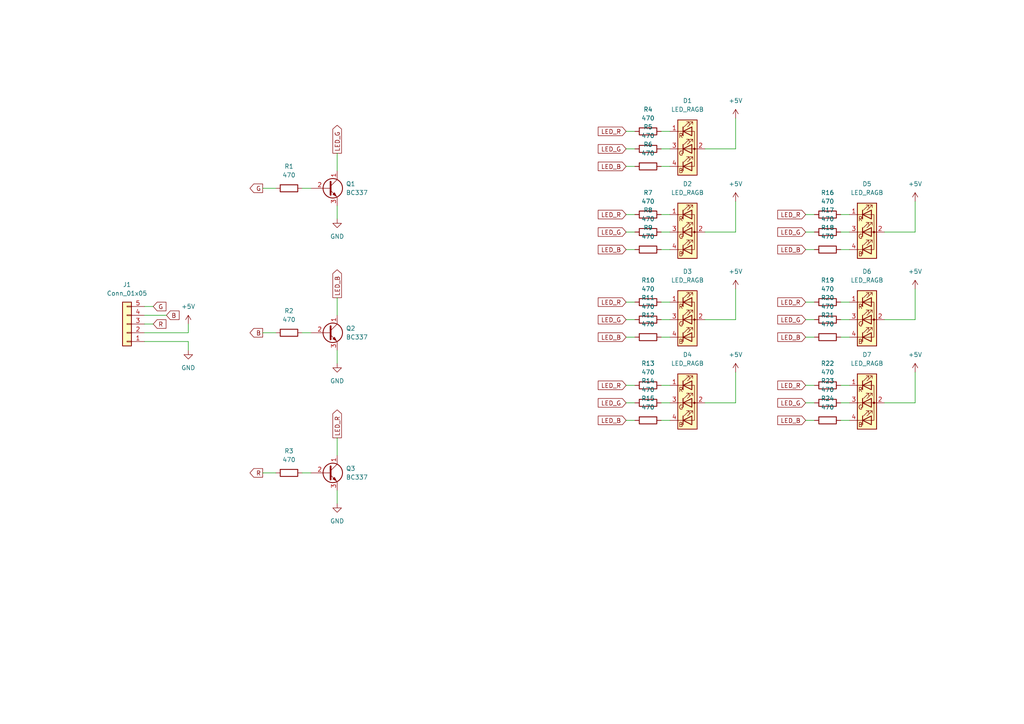
<source format=kicad_sch>
(kicad_sch (version 20211123) (generator eeschema)

  (uuid 698aa67c-9d7b-422d-86bf-ebdccf473537)

  (paper "A4")

  (title_block
    (title "\"A\" Pillar LED ARRAY PCB")
    (date "2022-11-20")
    (rev "3")
    (company "ITS VILLADA")
    (comment 1 "Designed By: Gaston Grasso")
    (comment 2 "2022")
  )

  (lib_symbols
    (symbol "Connector_Generic:Conn_01x05" (pin_names (offset 1.016) hide) (in_bom yes) (on_board yes)
      (property "Reference" "J" (id 0) (at 0 7.62 0)
        (effects (font (size 1.27 1.27)))
      )
      (property "Value" "Conn_01x05" (id 1) (at 0 -7.62 0)
        (effects (font (size 1.27 1.27)))
      )
      (property "Footprint" "" (id 2) (at 0 0 0)
        (effects (font (size 1.27 1.27)) hide)
      )
      (property "Datasheet" "~" (id 3) (at 0 0 0)
        (effects (font (size 1.27 1.27)) hide)
      )
      (property "ki_keywords" "connector" (id 4) (at 0 0 0)
        (effects (font (size 1.27 1.27)) hide)
      )
      (property "ki_description" "Generic connector, single row, 01x05, script generated (kicad-library-utils/schlib/autogen/connector/)" (id 5) (at 0 0 0)
        (effects (font (size 1.27 1.27)) hide)
      )
      (property "ki_fp_filters" "Connector*:*_1x??_*" (id 6) (at 0 0 0)
        (effects (font (size 1.27 1.27)) hide)
      )
      (symbol "Conn_01x05_1_1"
        (rectangle (start -1.27 -4.953) (end 0 -5.207)
          (stroke (width 0.1524) (type default) (color 0 0 0 0))
          (fill (type none))
        )
        (rectangle (start -1.27 -2.413) (end 0 -2.667)
          (stroke (width 0.1524) (type default) (color 0 0 0 0))
          (fill (type none))
        )
        (rectangle (start -1.27 0.127) (end 0 -0.127)
          (stroke (width 0.1524) (type default) (color 0 0 0 0))
          (fill (type none))
        )
        (rectangle (start -1.27 2.667) (end 0 2.413)
          (stroke (width 0.1524) (type default) (color 0 0 0 0))
          (fill (type none))
        )
        (rectangle (start -1.27 5.207) (end 0 4.953)
          (stroke (width 0.1524) (type default) (color 0 0 0 0))
          (fill (type none))
        )
        (rectangle (start -1.27 6.35) (end 1.27 -6.35)
          (stroke (width 0.254) (type default) (color 0 0 0 0))
          (fill (type background))
        )
        (pin passive line (at -5.08 5.08 0) (length 3.81)
          (name "Pin_1" (effects (font (size 1.27 1.27))))
          (number "1" (effects (font (size 1.27 1.27))))
        )
        (pin passive line (at -5.08 2.54 0) (length 3.81)
          (name "Pin_2" (effects (font (size 1.27 1.27))))
          (number "2" (effects (font (size 1.27 1.27))))
        )
        (pin passive line (at -5.08 0 0) (length 3.81)
          (name "Pin_3" (effects (font (size 1.27 1.27))))
          (number "3" (effects (font (size 1.27 1.27))))
        )
        (pin passive line (at -5.08 -2.54 0) (length 3.81)
          (name "Pin_4" (effects (font (size 1.27 1.27))))
          (number "4" (effects (font (size 1.27 1.27))))
        )
        (pin passive line (at -5.08 -5.08 0) (length 3.81)
          (name "Pin_5" (effects (font (size 1.27 1.27))))
          (number "5" (effects (font (size 1.27 1.27))))
        )
      )
    )
    (symbol "Device:LED_RAGB" (pin_names (offset 0) hide) (in_bom yes) (on_board yes)
      (property "Reference" "D" (id 0) (at 0 9.398 0)
        (effects (font (size 1.27 1.27)))
      )
      (property "Value" "LED_RAGB" (id 1) (at 0 -8.89 0)
        (effects (font (size 1.27 1.27)))
      )
      (property "Footprint" "" (id 2) (at 0 -1.27 0)
        (effects (font (size 1.27 1.27)) hide)
      )
      (property "Datasheet" "~" (id 3) (at 0 -1.27 0)
        (effects (font (size 1.27 1.27)) hide)
      )
      (property "ki_keywords" "LED RGB diode" (id 4) (at 0 0 0)
        (effects (font (size 1.27 1.27)) hide)
      )
      (property "ki_description" "RGB LED, red/anode/green/blue" (id 5) (at 0 0 0)
        (effects (font (size 1.27 1.27)) hide)
      )
      (property "ki_fp_filters" "LED* LED_SMD:* LED_THT:*" (id 6) (at 0 0 0)
        (effects (font (size 1.27 1.27)) hide)
      )
      (symbol "LED_RAGB_0_0"
        (text "B" (at -1.905 -6.35 0)
          (effects (font (size 1.27 1.27)))
        )
        (text "G" (at -1.905 -1.27 0)
          (effects (font (size 1.27 1.27)))
        )
        (text "R" (at -1.905 3.81 0)
          (effects (font (size 1.27 1.27)))
        )
      )
      (symbol "LED_RAGB_0_1"
        (polyline
          (pts
            (xy -1.27 -5.08)
            (xy -2.54 -5.08)
          )
          (stroke (width 0) (type default) (color 0 0 0 0))
          (fill (type none))
        )
        (polyline
          (pts
            (xy -1.27 -5.08)
            (xy 1.27 -5.08)
          )
          (stroke (width 0) (type default) (color 0 0 0 0))
          (fill (type none))
        )
        (polyline
          (pts
            (xy -1.27 -3.81)
            (xy -1.27 -6.35)
          )
          (stroke (width 0.254) (type default) (color 0 0 0 0))
          (fill (type none))
        )
        (polyline
          (pts
            (xy -1.27 0)
            (xy -2.54 0)
          )
          (stroke (width 0) (type default) (color 0 0 0 0))
          (fill (type none))
        )
        (polyline
          (pts
            (xy -1.27 1.27)
            (xy -1.27 -1.27)
          )
          (stroke (width 0.254) (type default) (color 0 0 0 0))
          (fill (type none))
        )
        (polyline
          (pts
            (xy -1.27 5.08)
            (xy -2.54 5.08)
          )
          (stroke (width 0) (type default) (color 0 0 0 0))
          (fill (type none))
        )
        (polyline
          (pts
            (xy -1.27 5.08)
            (xy 1.27 5.08)
          )
          (stroke (width 0) (type default) (color 0 0 0 0))
          (fill (type none))
        )
        (polyline
          (pts
            (xy -1.27 6.35)
            (xy -1.27 3.81)
          )
          (stroke (width 0.254) (type default) (color 0 0 0 0))
          (fill (type none))
        )
        (polyline
          (pts
            (xy 1.27 0)
            (xy -1.27 0)
          )
          (stroke (width 0) (type default) (color 0 0 0 0))
          (fill (type none))
        )
        (polyline
          (pts
            (xy 1.27 0)
            (xy 2.54 0)
          )
          (stroke (width 0) (type default) (color 0 0 0 0))
          (fill (type none))
        )
        (polyline
          (pts
            (xy -1.27 1.27)
            (xy -1.27 -1.27)
            (xy -1.27 -1.27)
          )
          (stroke (width 0) (type default) (color 0 0 0 0))
          (fill (type none))
        )
        (polyline
          (pts
            (xy -1.27 6.35)
            (xy -1.27 3.81)
            (xy -1.27 3.81)
          )
          (stroke (width 0) (type default) (color 0 0 0 0))
          (fill (type none))
        )
        (polyline
          (pts
            (xy 1.27 -5.08)
            (xy 2.032 -5.08)
            (xy 2.032 5.08)
            (xy 1.27 5.08)
          )
          (stroke (width 0) (type default) (color 0 0 0 0))
          (fill (type none))
        )
        (polyline
          (pts
            (xy 1.27 -3.81)
            (xy 1.27 -6.35)
            (xy -1.27 -5.08)
            (xy 1.27 -3.81)
          )
          (stroke (width 0.254) (type default) (color 0 0 0 0))
          (fill (type none))
        )
        (polyline
          (pts
            (xy 1.27 1.27)
            (xy 1.27 -1.27)
            (xy -1.27 0)
            (xy 1.27 1.27)
          )
          (stroke (width 0.254) (type default) (color 0 0 0 0))
          (fill (type none))
        )
        (polyline
          (pts
            (xy 1.27 6.35)
            (xy 1.27 3.81)
            (xy -1.27 5.08)
            (xy 1.27 6.35)
          )
          (stroke (width 0.254) (type default) (color 0 0 0 0))
          (fill (type none))
        )
        (polyline
          (pts
            (xy -1.016 -3.81)
            (xy 0.508 -2.286)
            (xy -0.254 -2.286)
            (xy 0.508 -2.286)
            (xy 0.508 -3.048)
          )
          (stroke (width 0) (type default) (color 0 0 0 0))
          (fill (type none))
        )
        (polyline
          (pts
            (xy -1.016 1.27)
            (xy 0.508 2.794)
            (xy -0.254 2.794)
            (xy 0.508 2.794)
            (xy 0.508 2.032)
          )
          (stroke (width 0) (type default) (color 0 0 0 0))
          (fill (type none))
        )
        (polyline
          (pts
            (xy -1.016 6.35)
            (xy 0.508 7.874)
            (xy -0.254 7.874)
            (xy 0.508 7.874)
            (xy 0.508 7.112)
          )
          (stroke (width 0) (type default) (color 0 0 0 0))
          (fill (type none))
        )
        (polyline
          (pts
            (xy 0 -3.81)
            (xy 1.524 -2.286)
            (xy 0.762 -2.286)
            (xy 1.524 -2.286)
            (xy 1.524 -3.048)
          )
          (stroke (width 0) (type default) (color 0 0 0 0))
          (fill (type none))
        )
        (polyline
          (pts
            (xy 0 1.27)
            (xy 1.524 2.794)
            (xy 0.762 2.794)
            (xy 1.524 2.794)
            (xy 1.524 2.032)
          )
          (stroke (width 0) (type default) (color 0 0 0 0))
          (fill (type none))
        )
        (polyline
          (pts
            (xy 0 6.35)
            (xy 1.524 7.874)
            (xy 0.762 7.874)
            (xy 1.524 7.874)
            (xy 1.524 7.112)
          )
          (stroke (width 0) (type default) (color 0 0 0 0))
          (fill (type none))
        )
        (rectangle (start 1.27 -1.27) (end 1.27 1.27)
          (stroke (width 0) (type default) (color 0 0 0 0))
          (fill (type none))
        )
        (rectangle (start 1.27 1.27) (end 1.27 1.27)
          (stroke (width 0) (type default) (color 0 0 0 0))
          (fill (type none))
        )
        (rectangle (start 1.27 3.81) (end 1.27 6.35)
          (stroke (width 0) (type default) (color 0 0 0 0))
          (fill (type none))
        )
        (rectangle (start 1.27 6.35) (end 1.27 6.35)
          (stroke (width 0) (type default) (color 0 0 0 0))
          (fill (type none))
        )
        (circle (center 2.032 0) (radius 0.254)
          (stroke (width 0) (type default) (color 0 0 0 0))
          (fill (type outline))
        )
        (rectangle (start 2.794 8.382) (end -2.794 -7.62)
          (stroke (width 0.254) (type default) (color 0 0 0 0))
          (fill (type background))
        )
      )
      (symbol "LED_RAGB_1_1"
        (pin passive line (at -5.08 5.08 0) (length 2.54)
          (name "RK" (effects (font (size 1.27 1.27))))
          (number "1" (effects (font (size 1.27 1.27))))
        )
        (pin passive line (at 5.08 0 180) (length 2.54)
          (name "A" (effects (font (size 1.27 1.27))))
          (number "2" (effects (font (size 1.27 1.27))))
        )
        (pin passive line (at -5.08 0 0) (length 2.54)
          (name "GK" (effects (font (size 1.27 1.27))))
          (number "3" (effects (font (size 1.27 1.27))))
        )
        (pin passive line (at -5.08 -5.08 0) (length 2.54)
          (name "BK" (effects (font (size 1.27 1.27))))
          (number "4" (effects (font (size 1.27 1.27))))
        )
      )
    )
    (symbol "Device:R" (pin_numbers hide) (pin_names (offset 0)) (in_bom yes) (on_board yes)
      (property "Reference" "R" (id 0) (at 2.032 0 90)
        (effects (font (size 1.27 1.27)))
      )
      (property "Value" "R" (id 1) (at 0 0 90)
        (effects (font (size 1.27 1.27)))
      )
      (property "Footprint" "" (id 2) (at -1.778 0 90)
        (effects (font (size 1.27 1.27)) hide)
      )
      (property "Datasheet" "~" (id 3) (at 0 0 0)
        (effects (font (size 1.27 1.27)) hide)
      )
      (property "ki_keywords" "R res resistor" (id 4) (at 0 0 0)
        (effects (font (size 1.27 1.27)) hide)
      )
      (property "ki_description" "Resistor" (id 5) (at 0 0 0)
        (effects (font (size 1.27 1.27)) hide)
      )
      (property "ki_fp_filters" "R_*" (id 6) (at 0 0 0)
        (effects (font (size 1.27 1.27)) hide)
      )
      (symbol "R_0_1"
        (rectangle (start -1.016 -2.54) (end 1.016 2.54)
          (stroke (width 0.254) (type default) (color 0 0 0 0))
          (fill (type none))
        )
      )
      (symbol "R_1_1"
        (pin passive line (at 0 3.81 270) (length 1.27)
          (name "~" (effects (font (size 1.27 1.27))))
          (number "1" (effects (font (size 1.27 1.27))))
        )
        (pin passive line (at 0 -3.81 90) (length 1.27)
          (name "~" (effects (font (size 1.27 1.27))))
          (number "2" (effects (font (size 1.27 1.27))))
        )
      )
    )
    (symbol "Transistor_BJT:BC337" (pin_names (offset 0) hide) (in_bom yes) (on_board yes)
      (property "Reference" "Q" (id 0) (at 5.08 1.905 0)
        (effects (font (size 1.27 1.27)) (justify left))
      )
      (property "Value" "BC337" (id 1) (at 5.08 0 0)
        (effects (font (size 1.27 1.27)) (justify left))
      )
      (property "Footprint" "Package_TO_SOT_THT:TO-92_Inline" (id 2) (at 5.08 -1.905 0)
        (effects (font (size 1.27 1.27) italic) (justify left) hide)
      )
      (property "Datasheet" "https://diotec.com/tl_files/diotec/files/pdf/datasheets/bc337.pdf" (id 3) (at 0 0 0)
        (effects (font (size 1.27 1.27)) (justify left) hide)
      )
      (property "ki_keywords" "NPN Transistor" (id 4) (at 0 0 0)
        (effects (font (size 1.27 1.27)) hide)
      )
      (property "ki_description" "0.8A Ic, 45V Vce, NPN Transistor, TO-92" (id 5) (at 0 0 0)
        (effects (font (size 1.27 1.27)) hide)
      )
      (property "ki_fp_filters" "TO?92*" (id 6) (at 0 0 0)
        (effects (font (size 1.27 1.27)) hide)
      )
      (symbol "BC337_0_1"
        (polyline
          (pts
            (xy 0 0)
            (xy 0.635 0)
          )
          (stroke (width 0) (type default) (color 0 0 0 0))
          (fill (type none))
        )
        (polyline
          (pts
            (xy 0.635 0.635)
            (xy 2.54 2.54)
          )
          (stroke (width 0) (type default) (color 0 0 0 0))
          (fill (type none))
        )
        (polyline
          (pts
            (xy 0.635 -0.635)
            (xy 2.54 -2.54)
            (xy 2.54 -2.54)
          )
          (stroke (width 0) (type default) (color 0 0 0 0))
          (fill (type none))
        )
        (polyline
          (pts
            (xy 0.635 1.905)
            (xy 0.635 -1.905)
            (xy 0.635 -1.905)
          )
          (stroke (width 0.508) (type default) (color 0 0 0 0))
          (fill (type none))
        )
        (polyline
          (pts
            (xy 1.27 -1.778)
            (xy 1.778 -1.27)
            (xy 2.286 -2.286)
            (xy 1.27 -1.778)
            (xy 1.27 -1.778)
          )
          (stroke (width 0) (type default) (color 0 0 0 0))
          (fill (type outline))
        )
        (circle (center 1.27 0) (radius 2.8194)
          (stroke (width 0.254) (type default) (color 0 0 0 0))
          (fill (type none))
        )
      )
      (symbol "BC337_1_1"
        (pin passive line (at 2.54 5.08 270) (length 2.54)
          (name "C" (effects (font (size 1.27 1.27))))
          (number "1" (effects (font (size 1.27 1.27))))
        )
        (pin input line (at -5.08 0 0) (length 5.08)
          (name "B" (effects (font (size 1.27 1.27))))
          (number "2" (effects (font (size 1.27 1.27))))
        )
        (pin passive line (at 2.54 -5.08 90) (length 2.54)
          (name "E" (effects (font (size 1.27 1.27))))
          (number "3" (effects (font (size 1.27 1.27))))
        )
      )
    )
    (symbol "power:+5V" (power) (pin_names (offset 0)) (in_bom yes) (on_board yes)
      (property "Reference" "#PWR" (id 0) (at 0 -3.81 0)
        (effects (font (size 1.27 1.27)) hide)
      )
      (property "Value" "+5V" (id 1) (at 0 3.556 0)
        (effects (font (size 1.27 1.27)))
      )
      (property "Footprint" "" (id 2) (at 0 0 0)
        (effects (font (size 1.27 1.27)) hide)
      )
      (property "Datasheet" "" (id 3) (at 0 0 0)
        (effects (font (size 1.27 1.27)) hide)
      )
      (property "ki_keywords" "power-flag" (id 4) (at 0 0 0)
        (effects (font (size 1.27 1.27)) hide)
      )
      (property "ki_description" "Power symbol creates a global label with name \"+5V\"" (id 5) (at 0 0 0)
        (effects (font (size 1.27 1.27)) hide)
      )
      (symbol "+5V_0_1"
        (polyline
          (pts
            (xy -0.762 1.27)
            (xy 0 2.54)
          )
          (stroke (width 0) (type default) (color 0 0 0 0))
          (fill (type none))
        )
        (polyline
          (pts
            (xy 0 0)
            (xy 0 2.54)
          )
          (stroke (width 0) (type default) (color 0 0 0 0))
          (fill (type none))
        )
        (polyline
          (pts
            (xy 0 2.54)
            (xy 0.762 1.27)
          )
          (stroke (width 0) (type default) (color 0 0 0 0))
          (fill (type none))
        )
      )
      (symbol "+5V_1_1"
        (pin power_in line (at 0 0 90) (length 0) hide
          (name "+5V" (effects (font (size 1.27 1.27))))
          (number "1" (effects (font (size 1.27 1.27))))
        )
      )
    )
    (symbol "power:GND" (power) (pin_names (offset 0)) (in_bom yes) (on_board yes)
      (property "Reference" "#PWR" (id 0) (at 0 -6.35 0)
        (effects (font (size 1.27 1.27)) hide)
      )
      (property "Value" "GND" (id 1) (at 0 -3.81 0)
        (effects (font (size 1.27 1.27)))
      )
      (property "Footprint" "" (id 2) (at 0 0 0)
        (effects (font (size 1.27 1.27)) hide)
      )
      (property "Datasheet" "" (id 3) (at 0 0 0)
        (effects (font (size 1.27 1.27)) hide)
      )
      (property "ki_keywords" "power-flag" (id 4) (at 0 0 0)
        (effects (font (size 1.27 1.27)) hide)
      )
      (property "ki_description" "Power symbol creates a global label with name \"GND\" , ground" (id 5) (at 0 0 0)
        (effects (font (size 1.27 1.27)) hide)
      )
      (symbol "GND_0_1"
        (polyline
          (pts
            (xy 0 0)
            (xy 0 -1.27)
            (xy 1.27 -1.27)
            (xy 0 -2.54)
            (xy -1.27 -1.27)
            (xy 0 -1.27)
          )
          (stroke (width 0) (type default) (color 0 0 0 0))
          (fill (type none))
        )
      )
      (symbol "GND_1_1"
        (pin power_in line (at 0 0 270) (length 0) hide
          (name "GND" (effects (font (size 1.27 1.27))))
          (number "1" (effects (font (size 1.27 1.27))))
        )
      )
    )
  )


  (wire (pts (xy 213.36 92.71) (xy 213.36 83.82))
    (stroke (width 0) (type default) (color 0 0 0 0))
    (uuid 022725f0-de8c-433d-91d7-9ad6461e55a2)
  )
  (wire (pts (xy 181.61 97.79) (xy 184.15 97.79))
    (stroke (width 0) (type default) (color 0 0 0 0))
    (uuid 05939b23-7b25-4227-9986-3643df9f078f)
  )
  (wire (pts (xy 256.54 116.84) (xy 265.43 116.84))
    (stroke (width 0) (type default) (color 0 0 0 0))
    (uuid 06a38495-eb2e-46c8-a7bc-e23f13bf1abb)
  )
  (wire (pts (xy 54.61 96.52) (xy 41.91 96.52))
    (stroke (width 0) (type default) (color 0 0 0 0))
    (uuid 08b4401a-3948-4632-ba33-fb6fa3b1ec27)
  )
  (wire (pts (xy 191.77 121.92) (xy 194.31 121.92))
    (stroke (width 0) (type default) (color 0 0 0 0))
    (uuid 099541b5-7dfd-4494-95ce-7df19c43a83f)
  )
  (wire (pts (xy 243.84 62.23) (xy 246.38 62.23))
    (stroke (width 0) (type default) (color 0 0 0 0))
    (uuid 09ef47fc-245f-4e1f-adc3-83ddbd8b8f2f)
  )
  (wire (pts (xy 191.77 72.39) (xy 194.31 72.39))
    (stroke (width 0) (type default) (color 0 0 0 0))
    (uuid 0cf322d7-b901-4bb8-ac35-f6f18e002db6)
  )
  (wire (pts (xy 233.68 67.31) (xy 236.22 67.31))
    (stroke (width 0) (type default) (color 0 0 0 0))
    (uuid 1136441d-ed99-4cc5-8822-162b908142d3)
  )
  (wire (pts (xy 41.91 93.98) (xy 44.45 93.98))
    (stroke (width 0) (type default) (color 0 0 0 0))
    (uuid 18d83c1f-4ca0-4cb3-bb0a-bc31c87894af)
  )
  (wire (pts (xy 181.61 67.31) (xy 184.15 67.31))
    (stroke (width 0) (type default) (color 0 0 0 0))
    (uuid 229400dd-1494-49a6-8cd4-333d16c9094e)
  )
  (wire (pts (xy 243.84 111.76) (xy 246.38 111.76))
    (stroke (width 0) (type default) (color 0 0 0 0))
    (uuid 23825100-9479-4af8-bd4e-1d94cc71c9f5)
  )
  (wire (pts (xy 97.79 59.69) (xy 97.79 63.5))
    (stroke (width 0) (type default) (color 0 0 0 0))
    (uuid 299ff395-f213-4b3e-aaa7-a9eb6175adef)
  )
  (wire (pts (xy 191.77 87.63) (xy 194.31 87.63))
    (stroke (width 0) (type default) (color 0 0 0 0))
    (uuid 2d7096b1-d3e6-4937-afd7-8c20c35aade7)
  )
  (wire (pts (xy 181.61 111.76) (xy 184.15 111.76))
    (stroke (width 0) (type default) (color 0 0 0 0))
    (uuid 30632601-bedf-4d8d-9437-51f5212a2eb5)
  )
  (wire (pts (xy 181.61 72.39) (xy 184.15 72.39))
    (stroke (width 0) (type default) (color 0 0 0 0))
    (uuid 32500734-1ed2-454c-86fa-b00c401b69ab)
  )
  (wire (pts (xy 41.91 88.9) (xy 44.45 88.9))
    (stroke (width 0) (type default) (color 0 0 0 0))
    (uuid 33c633b5-9706-42e0-a896-43061ff34f72)
  )
  (wire (pts (xy 191.77 43.18) (xy 194.31 43.18))
    (stroke (width 0) (type default) (color 0 0 0 0))
    (uuid 3745ff3d-9fa7-47a2-91bb-f7093cf99e71)
  )
  (wire (pts (xy 243.84 116.84) (xy 246.38 116.84))
    (stroke (width 0) (type default) (color 0 0 0 0))
    (uuid 396692c0-12e7-4bcf-b364-699e52c6a2ce)
  )
  (wire (pts (xy 54.61 101.6) (xy 54.61 99.06))
    (stroke (width 0) (type default) (color 0 0 0 0))
    (uuid 3cb2b1dc-29ab-4b69-bcaa-530a2e420841)
  )
  (wire (pts (xy 213.36 43.18) (xy 213.36 34.29))
    (stroke (width 0) (type default) (color 0 0 0 0))
    (uuid 3ed9296d-0c36-4dfa-841b-c6b303049582)
  )
  (wire (pts (xy 191.77 62.23) (xy 194.31 62.23))
    (stroke (width 0) (type default) (color 0 0 0 0))
    (uuid 428cf8ea-f551-4fc9-824a-368493c98e39)
  )
  (wire (pts (xy 191.77 48.26) (xy 194.31 48.26))
    (stroke (width 0) (type default) (color 0 0 0 0))
    (uuid 42d4bfd8-c965-4221-8b34-3d6fbd67b1f9)
  )
  (wire (pts (xy 181.61 38.1) (xy 184.15 38.1))
    (stroke (width 0) (type default) (color 0 0 0 0))
    (uuid 4f9e2bac-0ab0-4184-b324-5cd907c86ea5)
  )
  (wire (pts (xy 97.79 127) (xy 97.79 132.08))
    (stroke (width 0) (type default) (color 0 0 0 0))
    (uuid 5205dab2-8ac6-43fc-a119-c9e09ee1e7ed)
  )
  (wire (pts (xy 76.2 54.61) (xy 80.01 54.61))
    (stroke (width 0) (type default) (color 0 0 0 0))
    (uuid 5216e2dd-e82d-4326-b3b1-cfe0adf73bfd)
  )
  (wire (pts (xy 191.77 97.79) (xy 194.31 97.79))
    (stroke (width 0) (type default) (color 0 0 0 0))
    (uuid 52ac727a-a292-4374-8998-ba1faa651410)
  )
  (wire (pts (xy 243.84 72.39) (xy 246.38 72.39))
    (stroke (width 0) (type default) (color 0 0 0 0))
    (uuid 5658432e-5fe7-4967-b855-861298d465a1)
  )
  (wire (pts (xy 181.61 62.23) (xy 184.15 62.23))
    (stroke (width 0) (type default) (color 0 0 0 0))
    (uuid 594ea04a-d76b-4192-89fe-50da4c5d4ab1)
  )
  (wire (pts (xy 265.43 116.84) (xy 265.43 107.95))
    (stroke (width 0) (type default) (color 0 0 0 0))
    (uuid 5bd622ce-f6d0-4b06-9f21-bf0e67fcdbc1)
  )
  (wire (pts (xy 97.79 142.24) (xy 97.79 146.05))
    (stroke (width 0) (type default) (color 0 0 0 0))
    (uuid 63901018-11b2-440a-9f8b-0c503fad234a)
  )
  (wire (pts (xy 243.84 97.79) (xy 246.38 97.79))
    (stroke (width 0) (type default) (color 0 0 0 0))
    (uuid 648c5fa8-abbf-4a12-a2d8-25f1a0758f59)
  )
  (wire (pts (xy 233.68 121.92) (xy 236.22 121.92))
    (stroke (width 0) (type default) (color 0 0 0 0))
    (uuid 657f73fe-10af-4b5a-9de9-da714788ce14)
  )
  (wire (pts (xy 87.63 137.16) (xy 90.17 137.16))
    (stroke (width 0) (type default) (color 0 0 0 0))
    (uuid 66482dc7-cde1-47af-bf41-68065cba7545)
  )
  (wire (pts (xy 256.54 92.71) (xy 265.43 92.71))
    (stroke (width 0) (type default) (color 0 0 0 0))
    (uuid 68bbd397-f7a6-4dd8-83a1-212af371430a)
  )
  (wire (pts (xy 191.77 111.76) (xy 194.31 111.76))
    (stroke (width 0) (type default) (color 0 0 0 0))
    (uuid 6adfefe7-4ef5-4334-9017-47fcfec89167)
  )
  (wire (pts (xy 204.47 116.84) (xy 213.36 116.84))
    (stroke (width 0) (type default) (color 0 0 0 0))
    (uuid 6dce5cdb-aeb3-414a-87bc-8056370313e2)
  )
  (wire (pts (xy 265.43 67.31) (xy 265.43 58.42))
    (stroke (width 0) (type default) (color 0 0 0 0))
    (uuid 73dc5fec-538f-4d47-b69a-b29a24fbb304)
  )
  (wire (pts (xy 233.68 62.23) (xy 236.22 62.23))
    (stroke (width 0) (type default) (color 0 0 0 0))
    (uuid 74e1e019-5c9a-4659-8cfd-c0a8dd27b382)
  )
  (wire (pts (xy 243.84 67.31) (xy 246.38 67.31))
    (stroke (width 0) (type default) (color 0 0 0 0))
    (uuid 768263af-de74-41e8-a4f2-f88ceddeff23)
  )
  (wire (pts (xy 233.68 87.63) (xy 236.22 87.63))
    (stroke (width 0) (type default) (color 0 0 0 0))
    (uuid 76f09ca9-457c-4c65-aaa0-9d584250712d)
  )
  (wire (pts (xy 243.84 87.63) (xy 246.38 87.63))
    (stroke (width 0) (type default) (color 0 0 0 0))
    (uuid 838027b1-60ae-4e42-8620-2c0f70e57ead)
  )
  (wire (pts (xy 204.47 92.71) (xy 213.36 92.71))
    (stroke (width 0) (type default) (color 0 0 0 0))
    (uuid 876eeeff-6a50-4335-bb0a-17b3909863c3)
  )
  (wire (pts (xy 97.79 101.6) (xy 97.79 105.41))
    (stroke (width 0) (type default) (color 0 0 0 0))
    (uuid 8855a87f-17b9-4a04-807d-97a37b017477)
  )
  (wire (pts (xy 265.43 92.71) (xy 265.43 83.82))
    (stroke (width 0) (type default) (color 0 0 0 0))
    (uuid 8aa31c38-0e3d-4789-bdef-a150fca5bdb4)
  )
  (wire (pts (xy 243.84 92.71) (xy 246.38 92.71))
    (stroke (width 0) (type default) (color 0 0 0 0))
    (uuid 8c391f0e-859c-4fd1-bd87-178272a102a5)
  )
  (wire (pts (xy 233.68 72.39) (xy 236.22 72.39))
    (stroke (width 0) (type default) (color 0 0 0 0))
    (uuid 8c49c227-f7bc-413a-ae61-e13300b750c9)
  )
  (wire (pts (xy 87.63 54.61) (xy 90.17 54.61))
    (stroke (width 0) (type default) (color 0 0 0 0))
    (uuid 91bed64f-657f-4836-b845-81d47f611580)
  )
  (wire (pts (xy 41.91 91.44) (xy 48.26 91.44))
    (stroke (width 0) (type default) (color 0 0 0 0))
    (uuid 91ccbeb4-93b7-4814-8f54-8f88600805d2)
  )
  (wire (pts (xy 233.68 92.71) (xy 236.22 92.71))
    (stroke (width 0) (type default) (color 0 0 0 0))
    (uuid 9ee193b3-4ea0-4406-94b4-be2816304067)
  )
  (wire (pts (xy 213.36 67.31) (xy 213.36 58.42))
    (stroke (width 0) (type default) (color 0 0 0 0))
    (uuid 9f63277e-2260-4262-a5ef-7c61778d32a6)
  )
  (wire (pts (xy 76.2 96.52) (xy 80.01 96.52))
    (stroke (width 0) (type default) (color 0 0 0 0))
    (uuid a93f4d97-f156-464a-bad9-61ef10cd3571)
  )
  (wire (pts (xy 181.61 48.26) (xy 184.15 48.26))
    (stroke (width 0) (type default) (color 0 0 0 0))
    (uuid abbbd494-9396-4729-b0f1-40224d803fe4)
  )
  (wire (pts (xy 181.61 87.63) (xy 184.15 87.63))
    (stroke (width 0) (type default) (color 0 0 0 0))
    (uuid b1a359c9-f025-4fa6-be88-4b59b670711e)
  )
  (wire (pts (xy 181.61 116.84) (xy 184.15 116.84))
    (stroke (width 0) (type default) (color 0 0 0 0))
    (uuid b4f902f6-d32a-4790-9b20-776a3074eb87)
  )
  (wire (pts (xy 204.47 43.18) (xy 213.36 43.18))
    (stroke (width 0) (type default) (color 0 0 0 0))
    (uuid b6ec5ba7-9cef-4906-9016-858a7ad51123)
  )
  (wire (pts (xy 54.61 93.98) (xy 54.61 96.52))
    (stroke (width 0) (type default) (color 0 0 0 0))
    (uuid b85cfaa8-db92-4458-93e7-0fb3b13b6d6e)
  )
  (wire (pts (xy 256.54 67.31) (xy 265.43 67.31))
    (stroke (width 0) (type default) (color 0 0 0 0))
    (uuid c0f8bb7a-5609-45e1-b27d-495b368e1e8f)
  )
  (wire (pts (xy 181.61 43.18) (xy 184.15 43.18))
    (stroke (width 0) (type default) (color 0 0 0 0))
    (uuid c14960b1-429a-4475-a4e5-f10d4847fdbe)
  )
  (wire (pts (xy 233.68 111.76) (xy 236.22 111.76))
    (stroke (width 0) (type default) (color 0 0 0 0))
    (uuid c2938370-6b20-4f53-b2fb-22855dd38cc1)
  )
  (wire (pts (xy 191.77 38.1) (xy 194.31 38.1))
    (stroke (width 0) (type default) (color 0 0 0 0))
    (uuid c32cecbc-e7f5-45c4-8d66-eadd457e4f0d)
  )
  (wire (pts (xy 233.68 116.84) (xy 236.22 116.84))
    (stroke (width 0) (type default) (color 0 0 0 0))
    (uuid c772749a-79f4-4c78-8a81-e94dce3d02f2)
  )
  (wire (pts (xy 191.77 92.71) (xy 194.31 92.71))
    (stroke (width 0) (type default) (color 0 0 0 0))
    (uuid cc1ecb0b-b54e-4ad1-a9e1-ab49efa4eaf1)
  )
  (wire (pts (xy 243.84 121.92) (xy 246.38 121.92))
    (stroke (width 0) (type default) (color 0 0 0 0))
    (uuid d0501633-7344-4ad0-8559-67179adcaa3b)
  )
  (wire (pts (xy 97.79 86.36) (xy 97.79 91.44))
    (stroke (width 0) (type default) (color 0 0 0 0))
    (uuid d0eeede5-ab22-4260-8ab0-37a759850b84)
  )
  (wire (pts (xy 97.79 44.45) (xy 97.79 49.53))
    (stroke (width 0) (type default) (color 0 0 0 0))
    (uuid d4d96e1a-a490-4484-8239-71b9d17d4e10)
  )
  (wire (pts (xy 87.63 96.52) (xy 90.17 96.52))
    (stroke (width 0) (type default) (color 0 0 0 0))
    (uuid d4fe7c5d-f726-4498-a429-9f9aa6109e6f)
  )
  (wire (pts (xy 213.36 116.84) (xy 213.36 107.95))
    (stroke (width 0) (type default) (color 0 0 0 0))
    (uuid d7766c07-9fd9-4410-b83d-6cd8228483b8)
  )
  (wire (pts (xy 191.77 116.84) (xy 194.31 116.84))
    (stroke (width 0) (type default) (color 0 0 0 0))
    (uuid df6239d4-4a36-4d5c-9ded-f26a74a0fd1e)
  )
  (wire (pts (xy 181.61 121.92) (xy 184.15 121.92))
    (stroke (width 0) (type default) (color 0 0 0 0))
    (uuid e13143e5-9272-4b8a-a121-db4a9bb7ff54)
  )
  (wire (pts (xy 191.77 67.31) (xy 194.31 67.31))
    (stroke (width 0) (type default) (color 0 0 0 0))
    (uuid e54e8603-5da5-4316-9cff-7dfaf39c603e)
  )
  (wire (pts (xy 233.68 97.79) (xy 236.22 97.79))
    (stroke (width 0) (type default) (color 0 0 0 0))
    (uuid e8e345b8-a84f-4c8b-8bb6-c5639ce481b1)
  )
  (wire (pts (xy 204.47 67.31) (xy 213.36 67.31))
    (stroke (width 0) (type default) (color 0 0 0 0))
    (uuid ea37d3f1-41ef-424a-a46c-44853718213f)
  )
  (wire (pts (xy 181.61 92.71) (xy 184.15 92.71))
    (stroke (width 0) (type default) (color 0 0 0 0))
    (uuid ec3c3d20-ea05-4e5d-b4f8-69b456d29f7a)
  )
  (wire (pts (xy 76.2 137.16) (xy 80.01 137.16))
    (stroke (width 0) (type default) (color 0 0 0 0))
    (uuid ef0d0f92-89a6-4262-85e8-14ffad7b6bf4)
  )
  (wire (pts (xy 54.61 99.06) (xy 41.91 99.06))
    (stroke (width 0) (type default) (color 0 0 0 0))
    (uuid f0edd1d8-8542-48d1-b417-133b5836ccc9)
  )

  (global_label "LED_R" (shape input) (at 181.61 111.76 180) (fields_autoplaced)
    (effects (font (size 1.27 1.27)) (justify right))
    (uuid 0f8ace97-2681-421e-897b-c9d1861f7e1d)
    (property "Intersheet References" "${INTERSHEET_REFS}" (id 0) (at 173.5121 111.6806 0)
      (effects (font (size 1.27 1.27)) (justify right) hide)
    )
  )
  (global_label "LED_R" (shape input) (at 181.61 38.1 180) (fields_autoplaced)
    (effects (font (size 1.27 1.27)) (justify right))
    (uuid 1c2e802e-f08d-4e6e-9dbf-cabee221b687)
    (property "Intersheet References" "${INTERSHEET_REFS}" (id 0) (at 173.5121 38.0206 0)
      (effects (font (size 1.27 1.27)) (justify right) hide)
    )
  )
  (global_label "LED_R" (shape input) (at 233.68 62.23 180) (fields_autoplaced)
    (effects (font (size 1.27 1.27)) (justify right))
    (uuid 2463d81c-2b0c-4bb3-bb4c-18e5a8d17c81)
    (property "Intersheet References" "${INTERSHEET_REFS}" (id 0) (at 225.5821 62.1506 0)
      (effects (font (size 1.27 1.27)) (justify right) hide)
    )
  )
  (global_label "LED_R" (shape input) (at 181.61 62.23 180) (fields_autoplaced)
    (effects (font (size 1.27 1.27)) (justify right))
    (uuid 29655ed6-2082-452a-b5f3-973d99ae9dbf)
    (property "Intersheet References" "${INTERSHEET_REFS}" (id 0) (at 173.5121 62.1506 0)
      (effects (font (size 1.27 1.27)) (justify right) hide)
    )
  )
  (global_label "LED_R" (shape output) (at 97.79 127 90) (fields_autoplaced)
    (effects (font (size 1.27 1.27)) (justify left))
    (uuid 2d6dd5fc-5b48-450c-b37b-582598bcfc3d)
    (property "Intersheet References" "${INTERSHEET_REFS}" (id 0) (at 97.7106 118.9021 90)
      (effects (font (size 1.27 1.27)) (justify left) hide)
    )
  )
  (global_label "LED_B" (shape input) (at 181.61 72.39 180) (fields_autoplaced)
    (effects (font (size 1.27 1.27)) (justify right))
    (uuid 307867d5-ddb4-4410-b1fb-9e2a14143212)
    (property "Intersheet References" "${INTERSHEET_REFS}" (id 0) (at 173.5121 72.3106 0)
      (effects (font (size 1.27 1.27)) (justify right) hide)
    )
  )
  (global_label "LED_G" (shape input) (at 181.61 116.84 180) (fields_autoplaced)
    (effects (font (size 1.27 1.27)) (justify right))
    (uuid 338bec09-509e-4d44-ad20-e59264366a71)
    (property "Intersheet References" "${INTERSHEET_REFS}" (id 0) (at 173.5121 116.9194 0)
      (effects (font (size 1.27 1.27)) (justify right) hide)
    )
  )
  (global_label "LED_G" (shape input) (at 181.61 67.31 180) (fields_autoplaced)
    (effects (font (size 1.27 1.27)) (justify right))
    (uuid 34ca561b-eeec-4cc6-a9b8-a41e8e759659)
    (property "Intersheet References" "${INTERSHEET_REFS}" (id 0) (at 173.5121 67.3894 0)
      (effects (font (size 1.27 1.27)) (justify right) hide)
    )
  )
  (global_label "LED_R" (shape input) (at 233.68 87.63 180) (fields_autoplaced)
    (effects (font (size 1.27 1.27)) (justify right))
    (uuid 4a9710b4-c915-4c07-adfc-7c9b11e57036)
    (property "Intersheet References" "${INTERSHEET_REFS}" (id 0) (at 225.5821 87.5506 0)
      (effects (font (size 1.27 1.27)) (justify right) hide)
    )
  )
  (global_label "LED_B" (shape input) (at 181.61 97.79 180) (fields_autoplaced)
    (effects (font (size 1.27 1.27)) (justify right))
    (uuid 5328391d-1d29-4190-93f5-4da7291dc95c)
    (property "Intersheet References" "${INTERSHEET_REFS}" (id 0) (at 173.5121 97.7106 0)
      (effects (font (size 1.27 1.27)) (justify right) hide)
    )
  )
  (global_label "LED_B" (shape input) (at 233.68 121.92 180) (fields_autoplaced)
    (effects (font (size 1.27 1.27)) (justify right))
    (uuid 582472da-8c57-421b-8549-ce045a74f0b0)
    (property "Intersheet References" "${INTERSHEET_REFS}" (id 0) (at 225.5821 121.8406 0)
      (effects (font (size 1.27 1.27)) (justify right) hide)
    )
  )
  (global_label "B" (shape input) (at 48.26 91.44 0) (fields_autoplaced)
    (effects (font (size 1.27 1.27)) (justify left))
    (uuid 5cb31494-11ef-471d-bd87-8c7d8a74be83)
    (property "Intersheet References" "${INTERSHEET_REFS}" (id 0) (at 51.9431 91.3606 0)
      (effects (font (size 1.27 1.27)) (justify left) hide)
    )
  )
  (global_label "LED_R" (shape input) (at 181.61 87.63 180) (fields_autoplaced)
    (effects (font (size 1.27 1.27)) (justify right))
    (uuid 5ef0a95d-c4c6-4d96-96aa-67ed7f0e054b)
    (property "Intersheet References" "${INTERSHEET_REFS}" (id 0) (at 173.5121 87.5506 0)
      (effects (font (size 1.27 1.27)) (justify right) hide)
    )
  )
  (global_label "G" (shape input) (at 44.45 88.9 0) (fields_autoplaced)
    (effects (font (size 1.27 1.27)) (justify left))
    (uuid 663d6916-a6d9-4de3-8d0a-7dd0c9916010)
    (property "Intersheet References" "${INTERSHEET_REFS}" (id 0) (at 48.1331 88.8206 0)
      (effects (font (size 1.27 1.27)) (justify left) hide)
    )
  )
  (global_label "LED_G" (shape input) (at 181.61 92.71 180) (fields_autoplaced)
    (effects (font (size 1.27 1.27)) (justify right))
    (uuid 6ecd90b4-9e69-4f4a-82c5-bee46bffb2cd)
    (property "Intersheet References" "${INTERSHEET_REFS}" (id 0) (at 173.5121 92.7894 0)
      (effects (font (size 1.27 1.27)) (justify right) hide)
    )
  )
  (global_label "LED_G" (shape input) (at 233.68 67.31 180) (fields_autoplaced)
    (effects (font (size 1.27 1.27)) (justify right))
    (uuid 720f6c65-e43a-4c77-87fa-c92bc42f53c1)
    (property "Intersheet References" "${INTERSHEET_REFS}" (id 0) (at 225.5821 67.3894 0)
      (effects (font (size 1.27 1.27)) (justify right) hide)
    )
  )
  (global_label "LED_B" (shape input) (at 181.61 121.92 180) (fields_autoplaced)
    (effects (font (size 1.27 1.27)) (justify right))
    (uuid 7864899f-aa07-43dd-a658-b71b9dde5c78)
    (property "Intersheet References" "${INTERSHEET_REFS}" (id 0) (at 173.5121 121.8406 0)
      (effects (font (size 1.27 1.27)) (justify right) hide)
    )
  )
  (global_label "LED_B" (shape output) (at 97.79 86.36 90) (fields_autoplaced)
    (effects (font (size 1.27 1.27)) (justify left))
    (uuid 7a3fc34c-f768-45e4-a215-25ffbb8b29b0)
    (property "Intersheet References" "${INTERSHEET_REFS}" (id 0) (at 97.7106 78.2621 90)
      (effects (font (size 1.27 1.27)) (justify left) hide)
    )
  )
  (global_label "LED_G" (shape input) (at 233.68 116.84 180) (fields_autoplaced)
    (effects (font (size 1.27 1.27)) (justify right))
    (uuid 8478caba-c617-4d6c-af57-e030d06a5f56)
    (property "Intersheet References" "${INTERSHEET_REFS}" (id 0) (at 225.5821 116.9194 0)
      (effects (font (size 1.27 1.27)) (justify right) hide)
    )
  )
  (global_label "R" (shape output) (at 76.2 137.16 180) (fields_autoplaced)
    (effects (font (size 1.27 1.27)) (justify right))
    (uuid 8997e52f-8972-4f7e-bccf-01826c8e71bb)
    (property "Intersheet References" "${INTERSHEET_REFS}" (id 0) (at 72.5169 137.0806 0)
      (effects (font (size 1.27 1.27)) (justify right) hide)
    )
  )
  (global_label "LED_G" (shape output) (at 97.79 44.45 90) (fields_autoplaced)
    (effects (font (size 1.27 1.27)) (justify left))
    (uuid 8f316aa3-1f53-48cf-90af-837dca43dee3)
    (property "Intersheet References" "${INTERSHEET_REFS}" (id 0) (at 97.7106 36.3521 90)
      (effects (font (size 1.27 1.27)) (justify left) hide)
    )
  )
  (global_label "LED_G" (shape input) (at 233.68 92.71 180) (fields_autoplaced)
    (effects (font (size 1.27 1.27)) (justify right))
    (uuid 945ee8a9-71bb-4c8b-8302-e4f2df6bcf9d)
    (property "Intersheet References" "${INTERSHEET_REFS}" (id 0) (at 225.5821 92.7894 0)
      (effects (font (size 1.27 1.27)) (justify right) hide)
    )
  )
  (global_label "G" (shape output) (at 76.2 54.61 180) (fields_autoplaced)
    (effects (font (size 1.27 1.27)) (justify right))
    (uuid a5478e29-1127-4b8b-8117-b7cf791a7ba9)
    (property "Intersheet References" "${INTERSHEET_REFS}" (id 0) (at 72.5169 54.5306 0)
      (effects (font (size 1.27 1.27)) (justify right) hide)
    )
  )
  (global_label "LED_B" (shape input) (at 233.68 97.79 180) (fields_autoplaced)
    (effects (font (size 1.27 1.27)) (justify right))
    (uuid aa544a3c-93ea-4e30-b583-e8d5c97d8acf)
    (property "Intersheet References" "${INTERSHEET_REFS}" (id 0) (at 225.5821 97.7106 0)
      (effects (font (size 1.27 1.27)) (justify right) hide)
    )
  )
  (global_label "LED_R" (shape input) (at 233.68 111.76 180) (fields_autoplaced)
    (effects (font (size 1.27 1.27)) (justify right))
    (uuid b0c15db2-b0a3-42c2-a344-ad495c88f687)
    (property "Intersheet References" "${INTERSHEET_REFS}" (id 0) (at 225.5821 111.6806 0)
      (effects (font (size 1.27 1.27)) (justify right) hide)
    )
  )
  (global_label "LED_G" (shape input) (at 181.61 43.18 180) (fields_autoplaced)
    (effects (font (size 1.27 1.27)) (justify right))
    (uuid cd13828a-621b-451a-bc30-03af112a4fe8)
    (property "Intersheet References" "${INTERSHEET_REFS}" (id 0) (at 173.5121 43.2594 0)
      (effects (font (size 1.27 1.27)) (justify right) hide)
    )
  )
  (global_label "R" (shape input) (at 44.45 93.98 0) (fields_autoplaced)
    (effects (font (size 1.27 1.27)) (justify left))
    (uuid cfd78856-563d-44e8-b4da-57e66c0e0d9f)
    (property "Intersheet References" "${INTERSHEET_REFS}" (id 0) (at 48.1331 93.9006 0)
      (effects (font (size 1.27 1.27)) (justify left) hide)
    )
  )
  (global_label "B" (shape output) (at 76.2 96.52 180) (fields_autoplaced)
    (effects (font (size 1.27 1.27)) (justify right))
    (uuid d8aad437-e1bb-400a-ad30-c63490d63db6)
    (property "Intersheet References" "${INTERSHEET_REFS}" (id 0) (at 72.5169 96.4406 0)
      (effects (font (size 1.27 1.27)) (justify right) hide)
    )
  )
  (global_label "LED_B" (shape input) (at 181.61 48.26 180) (fields_autoplaced)
    (effects (font (size 1.27 1.27)) (justify right))
    (uuid e312232d-171f-4558-8d7f-f777d058cc5b)
    (property "Intersheet References" "${INTERSHEET_REFS}" (id 0) (at 173.5121 48.1806 0)
      (effects (font (size 1.27 1.27)) (justify right) hide)
    )
  )
  (global_label "LED_B" (shape input) (at 233.68 72.39 180) (fields_autoplaced)
    (effects (font (size 1.27 1.27)) (justify right))
    (uuid e3cc066a-afc9-4ed5-b154-047a6294909b)
    (property "Intersheet References" "${INTERSHEET_REFS}" (id 0) (at 225.5821 72.3106 0)
      (effects (font (size 1.27 1.27)) (justify right) hide)
    )
  )

  (symbol (lib_id "Device:R") (at 240.03 62.23 90) (unit 1)
    (in_bom yes) (on_board yes) (fields_autoplaced)
    (uuid 00b8e68c-cda9-43bf-a3f7-8f14a5cfeca6)
    (property "Reference" "R16" (id 0) (at 240.03 55.88 90))
    (property "Value" "470" (id 1) (at 240.03 58.42 90))
    (property "Footprint" "Resistor_SMD:R_0603_1608Metric_Pad0.98x0.95mm_HandSolder" (id 2) (at 240.03 64.008 90)
      (effects (font (size 1.27 1.27)) hide)
    )
    (property "Datasheet" "~" (id 3) (at 240.03 62.23 0)
      (effects (font (size 1.27 1.27)) hide)
    )
    (pin "1" (uuid b16fd719-335f-4382-ad0c-559331440bf8))
    (pin "2" (uuid 549fd943-ee11-4e4d-b4ec-eb4a2da48e3c))
  )

  (symbol (lib_id "Device:R") (at 83.82 137.16 90) (unit 1)
    (in_bom yes) (on_board yes) (fields_autoplaced)
    (uuid 0333cf9b-80db-431a-9934-0fe75fae3226)
    (property "Reference" "R3" (id 0) (at 83.82 130.81 90))
    (property "Value" "470" (id 1) (at 83.82 133.35 90))
    (property "Footprint" "Resistor_SMD:R_0603_1608Metric_Pad0.98x0.95mm_HandSolder" (id 2) (at 83.82 138.938 90)
      (effects (font (size 1.27 1.27)) hide)
    )
    (property "Datasheet" "~" (id 3) (at 83.82 137.16 0)
      (effects (font (size 1.27 1.27)) hide)
    )
    (pin "1" (uuid ba9fe9a2-0240-4ae0-8a2e-c93a192f3cb3))
    (pin "2" (uuid 6897179a-e714-447c-9752-dbae89ac7292))
  )

  (symbol (lib_id "Device:R") (at 187.96 87.63 90) (unit 1)
    (in_bom yes) (on_board yes) (fields_autoplaced)
    (uuid 058ee378-4eed-4f09-b061-a5ac3541686f)
    (property "Reference" "R10" (id 0) (at 187.96 81.28 90))
    (property "Value" "470" (id 1) (at 187.96 83.82 90))
    (property "Footprint" "Resistor_SMD:R_0603_1608Metric_Pad0.98x0.95mm_HandSolder" (id 2) (at 187.96 89.408 90)
      (effects (font (size 1.27 1.27)) hide)
    )
    (property "Datasheet" "~" (id 3) (at 187.96 87.63 0)
      (effects (font (size 1.27 1.27)) hide)
    )
    (pin "1" (uuid 37e2845b-8021-4f5b-8dd1-7126f4ad07b4))
    (pin "2" (uuid 8c38183f-f9af-4bf1-bd74-d9281f833f63))
  )

  (symbol (lib_id "Device:LED_RAGB") (at 199.39 116.84 0) (unit 1)
    (in_bom yes) (on_board yes) (fields_autoplaced)
    (uuid 0a631171-8697-41c7-9631-7f500e9cea34)
    (property "Reference" "D4" (id 0) (at 199.39 102.87 0))
    (property "Value" "LED_RAGB" (id 1) (at 199.39 105.41 0))
    (property "Footprint" "LED_THT:LED_D5.0mm-4_RGB_Wide_Pins" (id 2) (at 199.39 118.11 0)
      (effects (font (size 1.27 1.27)) hide)
    )
    (property "Datasheet" "~" (id 3) (at 199.39 118.11 0)
      (effects (font (size 1.27 1.27)) hide)
    )
    (pin "1" (uuid 499c6299-ce74-4681-b05c-60e91816f7ba))
    (pin "2" (uuid ae0fca4a-2535-4cb3-857b-3f416ee7e285))
    (pin "3" (uuid 5a47639a-a096-4dec-90c5-5816e03617e2))
    (pin "4" (uuid 62a28da7-4a46-410a-8496-9e89f01cb66c))
  )

  (symbol (lib_id "Device:R") (at 240.03 97.79 90) (unit 1)
    (in_bom yes) (on_board yes) (fields_autoplaced)
    (uuid 0ac95992-ead5-4f5b-9623-f5bc8aa639ab)
    (property "Reference" "R21" (id 0) (at 240.03 91.44 90))
    (property "Value" "470" (id 1) (at 240.03 93.98 90))
    (property "Footprint" "Resistor_SMD:R_0603_1608Metric_Pad0.98x0.95mm_HandSolder" (id 2) (at 240.03 99.568 90)
      (effects (font (size 1.27 1.27)) hide)
    )
    (property "Datasheet" "~" (id 3) (at 240.03 97.79 0)
      (effects (font (size 1.27 1.27)) hide)
    )
    (pin "1" (uuid d104f1ac-9040-43dc-91c1-793ebc820305))
    (pin "2" (uuid 12921fb7-b893-42f1-ab39-6a753f2953fa))
  )

  (symbol (lib_id "Device:R") (at 240.03 67.31 90) (unit 1)
    (in_bom yes) (on_board yes) (fields_autoplaced)
    (uuid 0ce73d19-af9b-4373-8a74-5f9a5e38f471)
    (property "Reference" "R17" (id 0) (at 240.03 60.96 90))
    (property "Value" "470" (id 1) (at 240.03 63.5 90))
    (property "Footprint" "Resistor_SMD:R_0603_1608Metric_Pad0.98x0.95mm_HandSolder" (id 2) (at 240.03 69.088 90)
      (effects (font (size 1.27 1.27)) hide)
    )
    (property "Datasheet" "~" (id 3) (at 240.03 67.31 0)
      (effects (font (size 1.27 1.27)) hide)
    )
    (pin "1" (uuid a6131d73-6a34-45bf-991e-bcd44e3d9e47))
    (pin "2" (uuid 45b106db-a118-4368-9853-7e4f0cf9a1aa))
  )

  (symbol (lib_id "Device:LED_RAGB") (at 251.46 92.71 0) (unit 1)
    (in_bom yes) (on_board yes) (fields_autoplaced)
    (uuid 1bb31114-064b-49a9-b590-45d6a355d3ff)
    (property "Reference" "D6" (id 0) (at 251.46 78.74 0))
    (property "Value" "LED_RAGB" (id 1) (at 251.46 81.28 0))
    (property "Footprint" "LED_THT:LED_D5.0mm-4_RGB_Wide_Pins" (id 2) (at 251.46 93.98 0)
      (effects (font (size 1.27 1.27)) hide)
    )
    (property "Datasheet" "~" (id 3) (at 251.46 93.98 0)
      (effects (font (size 1.27 1.27)) hide)
    )
    (pin "1" (uuid 65a70384-b6ed-4ec7-9f83-925d0a28cabb))
    (pin "2" (uuid 116966fb-36e1-4397-8c9e-d31a101f443a))
    (pin "3" (uuid 479abcf7-e500-4923-8a7a-e54723f75fac))
    (pin "4" (uuid 9dddf1ff-e977-48e8-939d-5d726c52be7c))
  )

  (symbol (lib_id "Device:LED_RAGB") (at 199.39 43.18 0) (unit 1)
    (in_bom yes) (on_board yes) (fields_autoplaced)
    (uuid 1db0350f-8ce4-4bb7-95ff-49ef026f92a5)
    (property "Reference" "D1" (id 0) (at 199.39 29.21 0))
    (property "Value" "LED_RAGB" (id 1) (at 199.39 31.75 0))
    (property "Footprint" "LED_THT:LED_D5.0mm-4_RGB_Wide_Pins" (id 2) (at 199.39 44.45 0)
      (effects (font (size 1.27 1.27)) hide)
    )
    (property "Datasheet" "~" (id 3) (at 199.39 44.45 0)
      (effects (font (size 1.27 1.27)) hide)
    )
    (pin "1" (uuid a6587860-3674-4c1d-8c71-d894a64e2f66))
    (pin "2" (uuid 74befd96-1695-48ab-b6d9-4604b779a48b))
    (pin "3" (uuid 5281c746-a6da-4223-8bb1-3c9d2b37e95a))
    (pin "4" (uuid 4b23e9fd-e254-46a9-be97-0d8d5c147435))
  )

  (symbol (lib_id "Device:R") (at 187.96 111.76 90) (unit 1)
    (in_bom yes) (on_board yes) (fields_autoplaced)
    (uuid 21655c6a-a323-4ab6-8a0a-711776c31a2f)
    (property "Reference" "R13" (id 0) (at 187.96 105.41 90))
    (property "Value" "470" (id 1) (at 187.96 107.95 90))
    (property "Footprint" "Resistor_SMD:R_0603_1608Metric_Pad0.98x0.95mm_HandSolder" (id 2) (at 187.96 113.538 90)
      (effects (font (size 1.27 1.27)) hide)
    )
    (property "Datasheet" "~" (id 3) (at 187.96 111.76 0)
      (effects (font (size 1.27 1.27)) hide)
    )
    (pin "1" (uuid ba3a9b7b-e779-4c8e-afd0-41195827e259))
    (pin "2" (uuid 412ffdcd-aad0-44ee-bc80-eb3a7d15309c))
  )

  (symbol (lib_id "Device:R") (at 240.03 72.39 90) (unit 1)
    (in_bom yes) (on_board yes) (fields_autoplaced)
    (uuid 21acb38e-7675-4336-96ed-7be898850b92)
    (property "Reference" "R18" (id 0) (at 240.03 66.04 90))
    (property "Value" "470" (id 1) (at 240.03 68.58 90))
    (property "Footprint" "Resistor_SMD:R_0603_1608Metric_Pad0.98x0.95mm_HandSolder" (id 2) (at 240.03 74.168 90)
      (effects (font (size 1.27 1.27)) hide)
    )
    (property "Datasheet" "~" (id 3) (at 240.03 72.39 0)
      (effects (font (size 1.27 1.27)) hide)
    )
    (pin "1" (uuid 910e7aa2-593f-4f94-8073-d20f037678b0))
    (pin "2" (uuid 7e9b521d-48cd-48f7-8214-ccbcd08173ac))
  )

  (symbol (lib_id "Device:R") (at 187.96 92.71 90) (unit 1)
    (in_bom yes) (on_board yes) (fields_autoplaced)
    (uuid 274db904-c166-4afd-ae24-fac549be9171)
    (property "Reference" "R11" (id 0) (at 187.96 86.36 90))
    (property "Value" "470" (id 1) (at 187.96 88.9 90))
    (property "Footprint" "Resistor_SMD:R_0603_1608Metric_Pad0.98x0.95mm_HandSolder" (id 2) (at 187.96 94.488 90)
      (effects (font (size 1.27 1.27)) hide)
    )
    (property "Datasheet" "~" (id 3) (at 187.96 92.71 0)
      (effects (font (size 1.27 1.27)) hide)
    )
    (pin "1" (uuid fc01a214-bdea-4765-907f-469377a5e80d))
    (pin "2" (uuid 354ca5ba-6fc4-4926-b29f-cdff0af316f4))
  )

  (symbol (lib_id "Device:R") (at 83.82 96.52 90) (unit 1)
    (in_bom yes) (on_board yes) (fields_autoplaced)
    (uuid 32024732-5324-482c-8ac5-e643a2571a8a)
    (property "Reference" "R2" (id 0) (at 83.82 90.17 90))
    (property "Value" "470" (id 1) (at 83.82 92.71 90))
    (property "Footprint" "Resistor_SMD:R_0603_1608Metric_Pad0.98x0.95mm_HandSolder" (id 2) (at 83.82 98.298 90)
      (effects (font (size 1.27 1.27)) hide)
    )
    (property "Datasheet" "~" (id 3) (at 83.82 96.52 0)
      (effects (font (size 1.27 1.27)) hide)
    )
    (pin "1" (uuid 777d792d-1c77-4762-a522-5a5edfa3b300))
    (pin "2" (uuid 6964936e-b159-4e08-ac22-917f913f00cd))
  )

  (symbol (lib_id "Transistor_BJT:BC337") (at 95.25 54.61 0) (unit 1)
    (in_bom yes) (on_board yes) (fields_autoplaced)
    (uuid 344ddf6a-f718-4964-95c2-036786707721)
    (property "Reference" "Q1" (id 0) (at 100.33 53.3399 0)
      (effects (font (size 1.27 1.27)) (justify left))
    )
    (property "Value" "BC337" (id 1) (at 100.33 55.8799 0)
      (effects (font (size 1.27 1.27)) (justify left))
    )
    (property "Footprint" "Package_TO_SOT_THT:TO-92_Inline_Wide" (id 2) (at 100.33 56.515 0)
      (effects (font (size 1.27 1.27) italic) (justify left) hide)
    )
    (property "Datasheet" "https://diotec.com/tl_files/diotec/files/pdf/datasheets/bc337.pdf" (id 3) (at 95.25 54.61 0)
      (effects (font (size 1.27 1.27)) (justify left) hide)
    )
    (pin "1" (uuid 86f1a7ed-5842-4dd4-b5c9-e837b3b4c040))
    (pin "2" (uuid 7e5ecba4-73ba-42d9-a1a9-87cf62697739))
    (pin "3" (uuid 8d5fb216-fb53-4877-a817-24e59b4de642))
  )

  (symbol (lib_id "Device:R") (at 187.96 48.26 90) (unit 1)
    (in_bom yes) (on_board yes) (fields_autoplaced)
    (uuid 38d5d56b-aec6-45e8-82f3-919dd35da9ca)
    (property "Reference" "R6" (id 0) (at 187.96 41.91 90))
    (property "Value" "470" (id 1) (at 187.96 44.45 90))
    (property "Footprint" "Resistor_SMD:R_0603_1608Metric_Pad0.98x0.95mm_HandSolder" (id 2) (at 187.96 50.038 90)
      (effects (font (size 1.27 1.27)) hide)
    )
    (property "Datasheet" "~" (id 3) (at 187.96 48.26 0)
      (effects (font (size 1.27 1.27)) hide)
    )
    (pin "1" (uuid 83ddbbcf-9ecb-46c5-88ac-c61d64bd974d))
    (pin "2" (uuid 11249ab8-c821-457e-bb57-cb6860f784e9))
  )

  (symbol (lib_id "Device:R") (at 83.82 54.61 90) (unit 1)
    (in_bom yes) (on_board yes) (fields_autoplaced)
    (uuid 3c0ef964-2faa-4889-ac12-c6f9389694bd)
    (property "Reference" "R1" (id 0) (at 83.82 48.26 90))
    (property "Value" "470" (id 1) (at 83.82 50.8 90))
    (property "Footprint" "Resistor_SMD:R_0603_1608Metric_Pad0.98x0.95mm_HandSolder" (id 2) (at 83.82 56.388 90)
      (effects (font (size 1.27 1.27)) hide)
    )
    (property "Datasheet" "~" (id 3) (at 83.82 54.61 0)
      (effects (font (size 1.27 1.27)) hide)
    )
    (pin "1" (uuid 5c1bd3fc-463b-4168-912f-b11b15b02110))
    (pin "2" (uuid 40ace099-bee0-4923-b16b-4996fec94b35))
  )

  (symbol (lib_id "Device:R") (at 187.96 67.31 90) (unit 1)
    (in_bom yes) (on_board yes) (fields_autoplaced)
    (uuid 44b77897-34c6-440b-bbc5-b8bb7fd84e9d)
    (property "Reference" "R8" (id 0) (at 187.96 60.96 90))
    (property "Value" "470" (id 1) (at 187.96 63.5 90))
    (property "Footprint" "Resistor_SMD:R_0603_1608Metric_Pad0.98x0.95mm_HandSolder" (id 2) (at 187.96 69.088 90)
      (effects (font (size 1.27 1.27)) hide)
    )
    (property "Datasheet" "~" (id 3) (at 187.96 67.31 0)
      (effects (font (size 1.27 1.27)) hide)
    )
    (pin "1" (uuid 23d2125f-9f93-43b7-b72a-d7135b526720))
    (pin "2" (uuid 33651042-4a9a-4219-8389-ac88da859861))
  )

  (symbol (lib_id "power:+5V") (at 213.36 34.29 0) (unit 1)
    (in_bom yes) (on_board yes) (fields_autoplaced)
    (uuid 49a7c9d2-5c83-4911-bc3b-f1e9fdef306f)
    (property "Reference" "#PWR06" (id 0) (at 213.36 38.1 0)
      (effects (font (size 1.27 1.27)) hide)
    )
    (property "Value" "+5V" (id 1) (at 213.36 29.21 0))
    (property "Footprint" "" (id 2) (at 213.36 34.29 0)
      (effects (font (size 1.27 1.27)) hide)
    )
    (property "Datasheet" "" (id 3) (at 213.36 34.29 0)
      (effects (font (size 1.27 1.27)) hide)
    )
    (pin "1" (uuid 588b73b9-9e7e-4d41-8fc7-f266ee2970c1))
  )

  (symbol (lib_id "Device:R") (at 187.96 121.92 90) (unit 1)
    (in_bom yes) (on_board yes) (fields_autoplaced)
    (uuid 4e8bc2c4-9514-4469-916e-9af7a8257e32)
    (property "Reference" "R15" (id 0) (at 187.96 115.57 90))
    (property "Value" "470" (id 1) (at 187.96 118.11 90))
    (property "Footprint" "Resistor_SMD:R_0603_1608Metric_Pad0.98x0.95mm_HandSolder" (id 2) (at 187.96 123.698 90)
      (effects (font (size 1.27 1.27)) hide)
    )
    (property "Datasheet" "~" (id 3) (at 187.96 121.92 0)
      (effects (font (size 1.27 1.27)) hide)
    )
    (pin "1" (uuid 44ce1348-bf38-4d39-9e4e-61877a455c92))
    (pin "2" (uuid 2e27ec27-ec91-488e-b08f-2b9f12a757ee))
  )

  (symbol (lib_id "Connector_Generic:Conn_01x05") (at 36.83 93.98 180) (unit 1)
    (in_bom yes) (on_board yes) (fields_autoplaced)
    (uuid 50fd5ad1-3999-4562-a983-76942f09158a)
    (property "Reference" "J1" (id 0) (at 36.83 82.55 0))
    (property "Value" "Conn_01x05" (id 1) (at 36.83 85.09 0))
    (property "Footprint" "Connector_PinHeader_2.54mm:PinHeader_1x05_P2.54mm_Vertical" (id 2) (at 36.83 93.98 0)
      (effects (font (size 1.27 1.27)) hide)
    )
    (property "Datasheet" "~" (id 3) (at 36.83 93.98 0)
      (effects (font (size 1.27 1.27)) hide)
    )
    (pin "1" (uuid 547f0874-ef51-41df-a384-6fbfa6ed4e56))
    (pin "2" (uuid f0a24017-824f-42c7-b584-b67dd3ebe278))
    (pin "3" (uuid 55375354-e34d-44d8-90c5-c12c6f65b8eb))
    (pin "4" (uuid 1bb3e760-c2c1-4875-a000-4cf0bcdd9e91))
    (pin "5" (uuid 84468fed-91f5-4c72-b8a2-771cdbe180a7))
  )

  (symbol (lib_id "Device:R") (at 187.96 72.39 90) (unit 1)
    (in_bom yes) (on_board yes) (fields_autoplaced)
    (uuid 54b7edc3-55e0-4f6d-821d-930bca4292e4)
    (property "Reference" "R9" (id 0) (at 187.96 66.04 90))
    (property "Value" "470" (id 1) (at 187.96 68.58 90))
    (property "Footprint" "Resistor_SMD:R_0603_1608Metric_Pad0.98x0.95mm_HandSolder" (id 2) (at 187.96 74.168 90)
      (effects (font (size 1.27 1.27)) hide)
    )
    (property "Datasheet" "~" (id 3) (at 187.96 72.39 0)
      (effects (font (size 1.27 1.27)) hide)
    )
    (pin "1" (uuid 9aaefaa1-d132-4577-a67e-7479cbeec596))
    (pin "2" (uuid b1028019-2144-45fc-b920-abfc4cd03214))
  )

  (symbol (lib_id "Device:R") (at 187.96 97.79 90) (unit 1)
    (in_bom yes) (on_board yes) (fields_autoplaced)
    (uuid 59d96b46-34e0-4921-bbf1-98505bdc7f81)
    (property "Reference" "R12" (id 0) (at 187.96 91.44 90))
    (property "Value" "470" (id 1) (at 187.96 93.98 90))
    (property "Footprint" "Resistor_SMD:R_0603_1608Metric_Pad0.98x0.95mm_HandSolder" (id 2) (at 187.96 99.568 90)
      (effects (font (size 1.27 1.27)) hide)
    )
    (property "Datasheet" "~" (id 3) (at 187.96 97.79 0)
      (effects (font (size 1.27 1.27)) hide)
    )
    (pin "1" (uuid 399ed045-f0ce-41e8-917d-71ad8cc1c96a))
    (pin "2" (uuid e0f5285f-28c8-412c-a517-7ef7ad1e5897))
  )

  (symbol (lib_id "Device:R") (at 187.96 116.84 90) (unit 1)
    (in_bom yes) (on_board yes) (fields_autoplaced)
    (uuid 6c5c443e-37fb-4023-94b6-8aa5b2ceecda)
    (property "Reference" "R14" (id 0) (at 187.96 110.49 90))
    (property "Value" "470" (id 1) (at 187.96 113.03 90))
    (property "Footprint" "Resistor_SMD:R_0603_1608Metric_Pad0.98x0.95mm_HandSolder" (id 2) (at 187.96 118.618 90)
      (effects (font (size 1.27 1.27)) hide)
    )
    (property "Datasheet" "~" (id 3) (at 187.96 116.84 0)
      (effects (font (size 1.27 1.27)) hide)
    )
    (pin "1" (uuid 682ea8ac-ed7e-4122-bfe0-96afce894888))
    (pin "2" (uuid 08a71b6e-674a-48c3-b2cb-1c989a07f2b7))
  )

  (symbol (lib_id "Transistor_BJT:BC337") (at 95.25 96.52 0) (unit 1)
    (in_bom yes) (on_board yes) (fields_autoplaced)
    (uuid 6cdb7dc7-a4c4-487d-a2eb-6dd88653c51a)
    (property "Reference" "Q2" (id 0) (at 100.33 95.2499 0)
      (effects (font (size 1.27 1.27)) (justify left))
    )
    (property "Value" "BC337" (id 1) (at 100.33 97.7899 0)
      (effects (font (size 1.27 1.27)) (justify left))
    )
    (property "Footprint" "Package_TO_SOT_THT:TO-92_Inline_Wide" (id 2) (at 100.33 98.425 0)
      (effects (font (size 1.27 1.27) italic) (justify left) hide)
    )
    (property "Datasheet" "https://diotec.com/tl_files/diotec/files/pdf/datasheets/bc337.pdf" (id 3) (at 95.25 96.52 0)
      (effects (font (size 1.27 1.27)) (justify left) hide)
    )
    (pin "1" (uuid c28a1a3c-02d9-4698-bf17-7d7309963e06))
    (pin "2" (uuid 31fb9c15-7608-43e5-84d6-0608b6c8f83b))
    (pin "3" (uuid 95e42992-2644-4dfb-b9d0-91007ab05ccd))
  )

  (symbol (lib_id "power:+5V") (at 265.43 83.82 0) (unit 1)
    (in_bom yes) (on_board yes) (fields_autoplaced)
    (uuid 7404e4b7-2c95-4128-86f6-1ad6f686aab5)
    (property "Reference" "#PWR011" (id 0) (at 265.43 87.63 0)
      (effects (font (size 1.27 1.27)) hide)
    )
    (property "Value" "+5V" (id 1) (at 265.43 78.74 0))
    (property "Footprint" "" (id 2) (at 265.43 83.82 0)
      (effects (font (size 1.27 1.27)) hide)
    )
    (property "Datasheet" "" (id 3) (at 265.43 83.82 0)
      (effects (font (size 1.27 1.27)) hide)
    )
    (pin "1" (uuid df5c0ad5-1567-432d-b65f-751951c27000))
  )

  (symbol (lib_id "Transistor_BJT:BC337") (at 95.25 137.16 0) (unit 1)
    (in_bom yes) (on_board yes) (fields_autoplaced)
    (uuid 7608b893-ba95-47d3-8847-fd18d39b5a73)
    (property "Reference" "Q3" (id 0) (at 100.33 135.8899 0)
      (effects (font (size 1.27 1.27)) (justify left))
    )
    (property "Value" "BC337" (id 1) (at 100.33 138.4299 0)
      (effects (font (size 1.27 1.27)) (justify left))
    )
    (property "Footprint" "Package_TO_SOT_THT:TO-92_Inline_Wide" (id 2) (at 100.33 139.065 0)
      (effects (font (size 1.27 1.27) italic) (justify left) hide)
    )
    (property "Datasheet" "https://diotec.com/tl_files/diotec/files/pdf/datasheets/bc337.pdf" (id 3) (at 95.25 137.16 0)
      (effects (font (size 1.27 1.27)) (justify left) hide)
    )
    (pin "1" (uuid b73c15a4-4a8b-4d11-813f-c6a78781400a))
    (pin "2" (uuid a54472a2-2b23-4ccb-bdbe-25e3d6184414))
    (pin "3" (uuid cd4c1671-798f-4c6f-b669-d19db3373876))
  )

  (symbol (lib_id "power:+5V") (at 213.36 58.42 0) (unit 1)
    (in_bom yes) (on_board yes) (fields_autoplaced)
    (uuid 7eef2f6c-f265-49ba-ba5f-ebedd5fd9cc8)
    (property "Reference" "#PWR07" (id 0) (at 213.36 62.23 0)
      (effects (font (size 1.27 1.27)) hide)
    )
    (property "Value" "+5V" (id 1) (at 213.36 53.34 0))
    (property "Footprint" "" (id 2) (at 213.36 58.42 0)
      (effects (font (size 1.27 1.27)) hide)
    )
    (property "Datasheet" "" (id 3) (at 213.36 58.42 0)
      (effects (font (size 1.27 1.27)) hide)
    )
    (pin "1" (uuid dd3fbd61-be8d-4a55-9962-3c0d8a1de193))
  )

  (symbol (lib_id "Device:LED_RAGB") (at 199.39 92.71 0) (unit 1)
    (in_bom yes) (on_board yes) (fields_autoplaced)
    (uuid 83065a2f-3412-4e19-a3b9-fade1dea9ddb)
    (property "Reference" "D3" (id 0) (at 199.39 78.74 0))
    (property "Value" "LED_RAGB" (id 1) (at 199.39 81.28 0))
    (property "Footprint" "LED_THT:LED_D5.0mm-4_RGB_Wide_Pins" (id 2) (at 199.39 93.98 0)
      (effects (font (size 1.27 1.27)) hide)
    )
    (property "Datasheet" "~" (id 3) (at 199.39 93.98 0)
      (effects (font (size 1.27 1.27)) hide)
    )
    (pin "1" (uuid 95ff8784-5831-4c16-a24b-6fc74db69659))
    (pin "2" (uuid 8d003fe0-4e0d-4594-81a7-4a34d6adbe2c))
    (pin "3" (uuid 59ea5bbd-7a1d-4bbd-b531-6a9d40b50208))
    (pin "4" (uuid 65ec44cb-dda0-4a1e-9e92-a7f69e200ed8))
  )

  (symbol (lib_id "power:GND") (at 97.79 63.5 0) (unit 1)
    (in_bom yes) (on_board yes) (fields_autoplaced)
    (uuid 8a55408e-9059-4536-9a02-b20fc11eb201)
    (property "Reference" "#PWR03" (id 0) (at 97.79 69.85 0)
      (effects (font (size 1.27 1.27)) hide)
    )
    (property "Value" "GND" (id 1) (at 97.79 68.58 0))
    (property "Footprint" "" (id 2) (at 97.79 63.5 0)
      (effects (font (size 1.27 1.27)) hide)
    )
    (property "Datasheet" "" (id 3) (at 97.79 63.5 0)
      (effects (font (size 1.27 1.27)) hide)
    )
    (pin "1" (uuid d3421e23-6438-4353-9a33-19be7cf2d26c))
  )

  (symbol (lib_id "Device:LED_RAGB") (at 199.39 67.31 0) (unit 1)
    (in_bom yes) (on_board yes) (fields_autoplaced)
    (uuid 8cf45578-9652-4077-8249-ec2bf1891955)
    (property "Reference" "D2" (id 0) (at 199.39 53.34 0))
    (property "Value" "LED_RAGB" (id 1) (at 199.39 55.88 0))
    (property "Footprint" "LED_THT:LED_D5.0mm-4_RGB_Wide_Pins" (id 2) (at 199.39 68.58 0)
      (effects (font (size 1.27 1.27)) hide)
    )
    (property "Datasheet" "~" (id 3) (at 199.39 68.58 0)
      (effects (font (size 1.27 1.27)) hide)
    )
    (pin "1" (uuid b3517016-f0ec-4927-b4dc-78505b743aab))
    (pin "2" (uuid 65355863-a6fc-48d7-8bee-f4d43b2176f3))
    (pin "3" (uuid 9eb8ace8-0fd1-4459-a939-a9cfd298c2cb))
    (pin "4" (uuid 27486826-5fa7-416b-95e2-097b35212cab))
  )

  (symbol (lib_id "power:+5V") (at 265.43 107.95 0) (unit 1)
    (in_bom yes) (on_board yes) (fields_autoplaced)
    (uuid 951c2140-d4ed-428c-8b0f-868520eefd04)
    (property "Reference" "#PWR012" (id 0) (at 265.43 111.76 0)
      (effects (font (size 1.27 1.27)) hide)
    )
    (property "Value" "+5V" (id 1) (at 265.43 102.87 0))
    (property "Footprint" "" (id 2) (at 265.43 107.95 0)
      (effects (font (size 1.27 1.27)) hide)
    )
    (property "Datasheet" "" (id 3) (at 265.43 107.95 0)
      (effects (font (size 1.27 1.27)) hide)
    )
    (pin "1" (uuid 9163ff22-8735-4e79-bc40-e46cb0f964df))
  )

  (symbol (lib_id "power:GND") (at 97.79 105.41 0) (unit 1)
    (in_bom yes) (on_board yes) (fields_autoplaced)
    (uuid a7f2a391-e2d2-4285-9861-fb78c038f97c)
    (property "Reference" "#PWR04" (id 0) (at 97.79 111.76 0)
      (effects (font (size 1.27 1.27)) hide)
    )
    (property "Value" "GND" (id 1) (at 97.79 110.49 0))
    (property "Footprint" "" (id 2) (at 97.79 105.41 0)
      (effects (font (size 1.27 1.27)) hide)
    )
    (property "Datasheet" "" (id 3) (at 97.79 105.41 0)
      (effects (font (size 1.27 1.27)) hide)
    )
    (pin "1" (uuid 8a39227f-4653-40df-9445-61e3c5b7c288))
  )

  (symbol (lib_id "Device:R") (at 240.03 92.71 90) (unit 1)
    (in_bom yes) (on_board yes) (fields_autoplaced)
    (uuid a9482fa8-e9b3-4e64-bff6-1dd687d6aa28)
    (property "Reference" "R20" (id 0) (at 240.03 86.36 90))
    (property "Value" "470" (id 1) (at 240.03 88.9 90))
    (property "Footprint" "Resistor_SMD:R_0603_1608Metric_Pad0.98x0.95mm_HandSolder" (id 2) (at 240.03 94.488 90)
      (effects (font (size 1.27 1.27)) hide)
    )
    (property "Datasheet" "~" (id 3) (at 240.03 92.71 0)
      (effects (font (size 1.27 1.27)) hide)
    )
    (pin "1" (uuid 26382c29-2aab-4c92-9bb5-58774c98c6ae))
    (pin "2" (uuid a3745126-b934-42e8-9ad6-41e9107f72e7))
  )

  (symbol (lib_id "power:GND") (at 97.79 146.05 0) (unit 1)
    (in_bom yes) (on_board yes) (fields_autoplaced)
    (uuid b5694e05-3582-48e9-b167-64bbdfef55f0)
    (property "Reference" "#PWR05" (id 0) (at 97.79 152.4 0)
      (effects (font (size 1.27 1.27)) hide)
    )
    (property "Value" "GND" (id 1) (at 97.79 151.13 0))
    (property "Footprint" "" (id 2) (at 97.79 146.05 0)
      (effects (font (size 1.27 1.27)) hide)
    )
    (property "Datasheet" "" (id 3) (at 97.79 146.05 0)
      (effects (font (size 1.27 1.27)) hide)
    )
    (pin "1" (uuid 1ccf8dc3-5425-45f9-b19e-e65384896ac5))
  )

  (symbol (lib_id "Device:R") (at 240.03 87.63 90) (unit 1)
    (in_bom yes) (on_board yes) (fields_autoplaced)
    (uuid c087ffd7-f143-4fef-a95d-c728346c8980)
    (property "Reference" "R19" (id 0) (at 240.03 81.28 90))
    (property "Value" "470" (id 1) (at 240.03 83.82 90))
    (property "Footprint" "Resistor_SMD:R_0603_1608Metric_Pad0.98x0.95mm_HandSolder" (id 2) (at 240.03 89.408 90)
      (effects (font (size 1.27 1.27)) hide)
    )
    (property "Datasheet" "~" (id 3) (at 240.03 87.63 0)
      (effects (font (size 1.27 1.27)) hide)
    )
    (pin "1" (uuid 25b4298c-dcac-4a88-8758-8e3df7219b6f))
    (pin "2" (uuid 180ac743-e883-4120-b06d-66084ed28b6f))
  )

  (symbol (lib_id "Device:LED_RAGB") (at 251.46 67.31 0) (unit 1)
    (in_bom yes) (on_board yes) (fields_autoplaced)
    (uuid c0f805d8-15a9-4f36-bc06-5a835b9dbd3f)
    (property "Reference" "D5" (id 0) (at 251.46 53.34 0))
    (property "Value" "LED_RAGB" (id 1) (at 251.46 55.88 0))
    (property "Footprint" "LED_THT:LED_D5.0mm-4_RGB_Wide_Pins" (id 2) (at 251.46 68.58 0)
      (effects (font (size 1.27 1.27)) hide)
    )
    (property "Datasheet" "~" (id 3) (at 251.46 68.58 0)
      (effects (font (size 1.27 1.27)) hide)
    )
    (pin "1" (uuid 37d9cbba-8e36-4fdf-b36e-42d4c020aecc))
    (pin "2" (uuid b1880cf8-ea6c-4734-ad66-96edec493e47))
    (pin "3" (uuid 0f391dfd-baff-446c-87c6-2775a0fb9dc6))
    (pin "4" (uuid e4313bad-38e7-4c77-99f2-a3ce0d45cc03))
  )

  (symbol (lib_id "power:+5V") (at 54.61 93.98 0) (unit 1)
    (in_bom yes) (on_board yes) (fields_autoplaced)
    (uuid c3685d13-090b-4a43-a849-50e8d226eb07)
    (property "Reference" "#PWR01" (id 0) (at 54.61 97.79 0)
      (effects (font (size 1.27 1.27)) hide)
    )
    (property "Value" "+5V" (id 1) (at 54.61 88.9 0))
    (property "Footprint" "" (id 2) (at 54.61 93.98 0)
      (effects (font (size 1.27 1.27)) hide)
    )
    (property "Datasheet" "" (id 3) (at 54.61 93.98 0)
      (effects (font (size 1.27 1.27)) hide)
    )
    (pin "1" (uuid 00a87ce8-77a2-42af-84a9-74223016a2d5))
  )

  (symbol (lib_id "power:+5V") (at 265.43 58.42 0) (unit 1)
    (in_bom yes) (on_board yes) (fields_autoplaced)
    (uuid c5b40097-e2de-4b66-87d1-78a5852c2271)
    (property "Reference" "#PWR010" (id 0) (at 265.43 62.23 0)
      (effects (font (size 1.27 1.27)) hide)
    )
    (property "Value" "+5V" (id 1) (at 265.43 53.34 0))
    (property "Footprint" "" (id 2) (at 265.43 58.42 0)
      (effects (font (size 1.27 1.27)) hide)
    )
    (property "Datasheet" "" (id 3) (at 265.43 58.42 0)
      (effects (font (size 1.27 1.27)) hide)
    )
    (pin "1" (uuid 090d1bcd-0274-41bc-99b3-57467b05004e))
  )

  (symbol (lib_id "Device:R") (at 240.03 111.76 90) (unit 1)
    (in_bom yes) (on_board yes) (fields_autoplaced)
    (uuid daa22a58-5f68-4dac-8b7a-a32fe00b2f43)
    (property "Reference" "R22" (id 0) (at 240.03 105.41 90))
    (property "Value" "470" (id 1) (at 240.03 107.95 90))
    (property "Footprint" "Resistor_SMD:R_0603_1608Metric_Pad0.98x0.95mm_HandSolder" (id 2) (at 240.03 113.538 90)
      (effects (font (size 1.27 1.27)) hide)
    )
    (property "Datasheet" "~" (id 3) (at 240.03 111.76 0)
      (effects (font (size 1.27 1.27)) hide)
    )
    (pin "1" (uuid 7dbd484f-ea36-4e3f-8603-00f57a6fc8f9))
    (pin "2" (uuid cef08234-60d8-479a-a7b2-59e5a733fe52))
  )

  (symbol (lib_id "power:+5V") (at 213.36 83.82 0) (unit 1)
    (in_bom yes) (on_board yes) (fields_autoplaced)
    (uuid dd12ed84-34c9-4c18-869b-225675bd03ac)
    (property "Reference" "#PWR08" (id 0) (at 213.36 87.63 0)
      (effects (font (size 1.27 1.27)) hide)
    )
    (property "Value" "+5V" (id 1) (at 213.36 78.74 0))
    (property "Footprint" "" (id 2) (at 213.36 83.82 0)
      (effects (font (size 1.27 1.27)) hide)
    )
    (property "Datasheet" "" (id 3) (at 213.36 83.82 0)
      (effects (font (size 1.27 1.27)) hide)
    )
    (pin "1" (uuid cc2df64d-e356-4363-bf6e-aa0903ad6aa3))
  )

  (symbol (lib_id "Device:R") (at 187.96 62.23 90) (unit 1)
    (in_bom yes) (on_board yes) (fields_autoplaced)
    (uuid e9d4c4c4-d344-4fec-adfc-57b0f0cbc695)
    (property "Reference" "R7" (id 0) (at 187.96 55.88 90))
    (property "Value" "470" (id 1) (at 187.96 58.42 90))
    (property "Footprint" "Resistor_SMD:R_0603_1608Metric_Pad0.98x0.95mm_HandSolder" (id 2) (at 187.96 64.008 90)
      (effects (font (size 1.27 1.27)) hide)
    )
    (property "Datasheet" "~" (id 3) (at 187.96 62.23 0)
      (effects (font (size 1.27 1.27)) hide)
    )
    (pin "1" (uuid 74d587f9-0454-4589-a986-79068677e940))
    (pin "2" (uuid 1f8768ba-260d-4475-8601-034f71fc3089))
  )

  (symbol (lib_id "Device:LED_RAGB") (at 251.46 116.84 0) (unit 1)
    (in_bom yes) (on_board yes) (fields_autoplaced)
    (uuid f1d9c413-10ad-4b10-9156-6d6f3c899060)
    (property "Reference" "D7" (id 0) (at 251.46 102.87 0))
    (property "Value" "LED_RAGB" (id 1) (at 251.46 105.41 0))
    (property "Footprint" "LED_THT:LED_D5.0mm-4_RGB_Wide_Pins" (id 2) (at 251.46 118.11 0)
      (effects (font (size 1.27 1.27)) hide)
    )
    (property "Datasheet" "~" (id 3) (at 251.46 118.11 0)
      (effects (font (size 1.27 1.27)) hide)
    )
    (pin "1" (uuid f4387315-754b-452c-9721-e99961d36a31))
    (pin "2" (uuid 6fa7141b-dfb0-43fc-9936-5a9bc9b9a435))
    (pin "3" (uuid 147d37e2-359f-409d-9f87-d64c626187d6))
    (pin "4" (uuid 05d121cd-7fa5-49db-8b56-d61412d74e00))
  )

  (symbol (lib_id "Device:R") (at 187.96 38.1 90) (unit 1)
    (in_bom yes) (on_board yes) (fields_autoplaced)
    (uuid f2e2bd61-1505-4855-9fe8-84e954a2e556)
    (property "Reference" "R4" (id 0) (at 187.96 31.75 90))
    (property "Value" "470" (id 1) (at 187.96 34.29 90))
    (property "Footprint" "Resistor_SMD:R_0603_1608Metric_Pad0.98x0.95mm_HandSolder" (id 2) (at 187.96 39.878 90)
      (effects (font (size 1.27 1.27)) hide)
    )
    (property "Datasheet" "~" (id 3) (at 187.96 38.1 0)
      (effects (font (size 1.27 1.27)) hide)
    )
    (pin "1" (uuid eab3c86a-b4eb-435e-8061-3d411c2d11ac))
    (pin "2" (uuid ca7a1437-f6d7-4003-858c-9014a8520801))
  )

  (symbol (lib_id "power:GND") (at 54.61 101.6 0) (unit 1)
    (in_bom yes) (on_board yes) (fields_autoplaced)
    (uuid f5580e9a-9941-46e5-9cb1-e865617aab4a)
    (property "Reference" "#PWR02" (id 0) (at 54.61 107.95 0)
      (effects (font (size 1.27 1.27)) hide)
    )
    (property "Value" "GND" (id 1) (at 54.61 106.68 0))
    (property "Footprint" "" (id 2) (at 54.61 101.6 0)
      (effects (font (size 1.27 1.27)) hide)
    )
    (property "Datasheet" "" (id 3) (at 54.61 101.6 0)
      (effects (font (size 1.27 1.27)) hide)
    )
    (pin "1" (uuid 1dd13b62-4376-47cc-9b73-58506652c4a6))
  )

  (symbol (lib_id "Device:R") (at 240.03 116.84 90) (unit 1)
    (in_bom yes) (on_board yes) (fields_autoplaced)
    (uuid f5dd7774-5db8-4c96-bd04-e781a1b7a91f)
    (property "Reference" "R23" (id 0) (at 240.03 110.49 90))
    (property "Value" "470" (id 1) (at 240.03 113.03 90))
    (property "Footprint" "Resistor_SMD:R_0603_1608Metric_Pad0.98x0.95mm_HandSolder" (id 2) (at 240.03 118.618 90)
      (effects (font (size 1.27 1.27)) hide)
    )
    (property "Datasheet" "~" (id 3) (at 240.03 116.84 0)
      (effects (font (size 1.27 1.27)) hide)
    )
    (pin "1" (uuid 81d9eaed-e4b1-4353-9c89-9433d13b21a8))
    (pin "2" (uuid cc590649-739a-4ea3-b907-2e942644c945))
  )

  (symbol (lib_id "Device:R") (at 187.96 43.18 90) (unit 1)
    (in_bom yes) (on_board yes) (fields_autoplaced)
    (uuid f7cf455f-e6dc-406f-acd3-aeb75ed9a6e4)
    (property "Reference" "R5" (id 0) (at 187.96 36.83 90))
    (property "Value" "470" (id 1) (at 187.96 39.37 90))
    (property "Footprint" "Resistor_SMD:R_0603_1608Metric_Pad0.98x0.95mm_HandSolder" (id 2) (at 187.96 44.958 90)
      (effects (font (size 1.27 1.27)) hide)
    )
    (property "Datasheet" "~" (id 3) (at 187.96 43.18 0)
      (effects (font (size 1.27 1.27)) hide)
    )
    (pin "1" (uuid 4988ab36-b580-4b94-b3e5-c222f86872db))
    (pin "2" (uuid 239d175e-7d41-4347-b124-b424a5fd6b9c))
  )

  (symbol (lib_id "Device:R") (at 240.03 121.92 90) (unit 1)
    (in_bom yes) (on_board yes) (fields_autoplaced)
    (uuid fa33e572-4211-4561-9136-47048fecaaff)
    (property "Reference" "R24" (id 0) (at 240.03 115.57 90))
    (property "Value" "470" (id 1) (at 240.03 118.11 90))
    (property "Footprint" "Resistor_SMD:R_0603_1608Metric_Pad0.98x0.95mm_HandSolder" (id 2) (at 240.03 123.698 90)
      (effects (font (size 1.27 1.27)) hide)
    )
    (property "Datasheet" "~" (id 3) (at 240.03 121.92 0)
      (effects (font (size 1.27 1.27)) hide)
    )
    (pin "1" (uuid 8bacf54b-5ecd-4b50-900c-b81ff8defb23))
    (pin "2" (uuid 7d2b1625-685d-4f97-b655-635ed51fbbd8))
  )

  (symbol (lib_id "power:+5V") (at 213.36 107.95 0) (unit 1)
    (in_bom yes) (on_board yes) (fields_autoplaced)
    (uuid fe4e8883-4a1f-499f-b067-8191f3054aec)
    (property "Reference" "#PWR09" (id 0) (at 213.36 111.76 0)
      (effects (font (size 1.27 1.27)) hide)
    )
    (property "Value" "+5V" (id 1) (at 213.36 102.87 0))
    (property "Footprint" "" (id 2) (at 213.36 107.95 0)
      (effects (font (size 1.27 1.27)) hide)
    )
    (property "Datasheet" "" (id 3) (at 213.36 107.95 0)
      (effects (font (size 1.27 1.27)) hide)
    )
    (pin "1" (uuid 61d61be7-2bb3-46f4-a367-aaaf55674db1))
  )

  (sheet_instances
    (path "/" (page "1"))
  )

  (symbol_instances
    (path "/c3685d13-090b-4a43-a849-50e8d226eb07"
      (reference "#PWR01") (unit 1) (value "+5V") (footprint "")
    )
    (path "/f5580e9a-9941-46e5-9cb1-e865617aab4a"
      (reference "#PWR02") (unit 1) (value "GND") (footprint "")
    )
    (path "/8a55408e-9059-4536-9a02-b20fc11eb201"
      (reference "#PWR03") (unit 1) (value "GND") (footprint "")
    )
    (path "/a7f2a391-e2d2-4285-9861-fb78c038f97c"
      (reference "#PWR04") (unit 1) (value "GND") (footprint "")
    )
    (path "/b5694e05-3582-48e9-b167-64bbdfef55f0"
      (reference "#PWR05") (unit 1) (value "GND") (footprint "")
    )
    (path "/49a7c9d2-5c83-4911-bc3b-f1e9fdef306f"
      (reference "#PWR06") (unit 1) (value "+5V") (footprint "")
    )
    (path "/7eef2f6c-f265-49ba-ba5f-ebedd5fd9cc8"
      (reference "#PWR07") (unit 1) (value "+5V") (footprint "")
    )
    (path "/dd12ed84-34c9-4c18-869b-225675bd03ac"
      (reference "#PWR08") (unit 1) (value "+5V") (footprint "")
    )
    (path "/fe4e8883-4a1f-499f-b067-8191f3054aec"
      (reference "#PWR09") (unit 1) (value "+5V") (footprint "")
    )
    (path "/c5b40097-e2de-4b66-87d1-78a5852c2271"
      (reference "#PWR010") (unit 1) (value "+5V") (footprint "")
    )
    (path "/7404e4b7-2c95-4128-86f6-1ad6f686aab5"
      (reference "#PWR011") (unit 1) (value "+5V") (footprint "")
    )
    (path "/951c2140-d4ed-428c-8b0f-868520eefd04"
      (reference "#PWR012") (unit 1) (value "+5V") (footprint "")
    )
    (path "/1db0350f-8ce4-4bb7-95ff-49ef026f92a5"
      (reference "D1") (unit 1) (value "LED_RAGB") (footprint "LED_THT:LED_D5.0mm-4_RGB_Wide_Pins")
    )
    (path "/8cf45578-9652-4077-8249-ec2bf1891955"
      (reference "D2") (unit 1) (value "LED_RAGB") (footprint "LED_THT:LED_D5.0mm-4_RGB_Wide_Pins")
    )
    (path "/83065a2f-3412-4e19-a3b9-fade1dea9ddb"
      (reference "D3") (unit 1) (value "LED_RAGB") (footprint "LED_THT:LED_D5.0mm-4_RGB_Wide_Pins")
    )
    (path "/0a631171-8697-41c7-9631-7f500e9cea34"
      (reference "D4") (unit 1) (value "LED_RAGB") (footprint "LED_THT:LED_D5.0mm-4_RGB_Wide_Pins")
    )
    (path "/c0f805d8-15a9-4f36-bc06-5a835b9dbd3f"
      (reference "D5") (unit 1) (value "LED_RAGB") (footprint "LED_THT:LED_D5.0mm-4_RGB_Wide_Pins")
    )
    (path "/1bb31114-064b-49a9-b590-45d6a355d3ff"
      (reference "D6") (unit 1) (value "LED_RAGB") (footprint "LED_THT:LED_D5.0mm-4_RGB_Wide_Pins")
    )
    (path "/f1d9c413-10ad-4b10-9156-6d6f3c899060"
      (reference "D7") (unit 1) (value "LED_RAGB") (footprint "LED_THT:LED_D5.0mm-4_RGB_Wide_Pins")
    )
    (path "/50fd5ad1-3999-4562-a983-76942f09158a"
      (reference "J1") (unit 1) (value "Conn_01x05") (footprint "Connector_PinHeader_2.54mm:PinHeader_1x05_P2.54mm_Vertical")
    )
    (path "/344ddf6a-f718-4964-95c2-036786707721"
      (reference "Q1") (unit 1) (value "BC337") (footprint "Package_TO_SOT_THT:TO-92_Inline_Wide")
    )
    (path "/6cdb7dc7-a4c4-487d-a2eb-6dd88653c51a"
      (reference "Q2") (unit 1) (value "BC337") (footprint "Package_TO_SOT_THT:TO-92_Inline_Wide")
    )
    (path "/7608b893-ba95-47d3-8847-fd18d39b5a73"
      (reference "Q3") (unit 1) (value "BC337") (footprint "Package_TO_SOT_THT:TO-92_Inline_Wide")
    )
    (path "/3c0ef964-2faa-4889-ac12-c6f9389694bd"
      (reference "R1") (unit 1) (value "470") (footprint "Resistor_SMD:R_0603_1608Metric_Pad0.98x0.95mm_HandSolder")
    )
    (path "/32024732-5324-482c-8ac5-e643a2571a8a"
      (reference "R2") (unit 1) (value "470") (footprint "Resistor_SMD:R_0603_1608Metric_Pad0.98x0.95mm_HandSolder")
    )
    (path "/0333cf9b-80db-431a-9934-0fe75fae3226"
      (reference "R3") (unit 1) (value "470") (footprint "Resistor_SMD:R_0603_1608Metric_Pad0.98x0.95mm_HandSolder")
    )
    (path "/f2e2bd61-1505-4855-9fe8-84e954a2e556"
      (reference "R4") (unit 1) (value "470") (footprint "Resistor_SMD:R_0603_1608Metric_Pad0.98x0.95mm_HandSolder")
    )
    (path "/f7cf455f-e6dc-406f-acd3-aeb75ed9a6e4"
      (reference "R5") (unit 1) (value "470") (footprint "Resistor_SMD:R_0603_1608Metric_Pad0.98x0.95mm_HandSolder")
    )
    (path "/38d5d56b-aec6-45e8-82f3-919dd35da9ca"
      (reference "R6") (unit 1) (value "470") (footprint "Resistor_SMD:R_0603_1608Metric_Pad0.98x0.95mm_HandSolder")
    )
    (path "/e9d4c4c4-d344-4fec-adfc-57b0f0cbc695"
      (reference "R7") (unit 1) (value "470") (footprint "Resistor_SMD:R_0603_1608Metric_Pad0.98x0.95mm_HandSolder")
    )
    (path "/44b77897-34c6-440b-bbc5-b8bb7fd84e9d"
      (reference "R8") (unit 1) (value "470") (footprint "Resistor_SMD:R_0603_1608Metric_Pad0.98x0.95mm_HandSolder")
    )
    (path "/54b7edc3-55e0-4f6d-821d-930bca4292e4"
      (reference "R9") (unit 1) (value "470") (footprint "Resistor_SMD:R_0603_1608Metric_Pad0.98x0.95mm_HandSolder")
    )
    (path "/058ee378-4eed-4f09-b061-a5ac3541686f"
      (reference "R10") (unit 1) (value "470") (footprint "Resistor_SMD:R_0603_1608Metric_Pad0.98x0.95mm_HandSolder")
    )
    (path "/274db904-c166-4afd-ae24-fac549be9171"
      (reference "R11") (unit 1) (value "470") (footprint "Resistor_SMD:R_0603_1608Metric_Pad0.98x0.95mm_HandSolder")
    )
    (path "/59d96b46-34e0-4921-bbf1-98505bdc7f81"
      (reference "R12") (unit 1) (value "470") (footprint "Resistor_SMD:R_0603_1608Metric_Pad0.98x0.95mm_HandSolder")
    )
    (path "/21655c6a-a323-4ab6-8a0a-711776c31a2f"
      (reference "R13") (unit 1) (value "470") (footprint "Resistor_SMD:R_0603_1608Metric_Pad0.98x0.95mm_HandSolder")
    )
    (path "/6c5c443e-37fb-4023-94b6-8aa5b2ceecda"
      (reference "R14") (unit 1) (value "470") (footprint "Resistor_SMD:R_0603_1608Metric_Pad0.98x0.95mm_HandSolder")
    )
    (path "/4e8bc2c4-9514-4469-916e-9af7a8257e32"
      (reference "R15") (unit 1) (value "470") (footprint "Resistor_SMD:R_0603_1608Metric_Pad0.98x0.95mm_HandSolder")
    )
    (path "/00b8e68c-cda9-43bf-a3f7-8f14a5cfeca6"
      (reference "R16") (unit 1) (value "470") (footprint "Resistor_SMD:R_0603_1608Metric_Pad0.98x0.95mm_HandSolder")
    )
    (path "/0ce73d19-af9b-4373-8a74-5f9a5e38f471"
      (reference "R17") (unit 1) (value "470") (footprint "Resistor_SMD:R_0603_1608Metric_Pad0.98x0.95mm_HandSolder")
    )
    (path "/21acb38e-7675-4336-96ed-7be898850b92"
      (reference "R18") (unit 1) (value "470") (footprint "Resistor_SMD:R_0603_1608Metric_Pad0.98x0.95mm_HandSolder")
    )
    (path "/c087ffd7-f143-4fef-a95d-c728346c8980"
      (reference "R19") (unit 1) (value "470") (footprint "Resistor_SMD:R_0603_1608Metric_Pad0.98x0.95mm_HandSolder")
    )
    (path "/a9482fa8-e9b3-4e64-bff6-1dd687d6aa28"
      (reference "R20") (unit 1) (value "470") (footprint "Resistor_SMD:R_0603_1608Metric_Pad0.98x0.95mm_HandSolder")
    )
    (path "/0ac95992-ead5-4f5b-9623-f5bc8aa639ab"
      (reference "R21") (unit 1) (value "470") (footprint "Resistor_SMD:R_0603_1608Metric_Pad0.98x0.95mm_HandSolder")
    )
    (path "/daa22a58-5f68-4dac-8b7a-a32fe00b2f43"
      (reference "R22") (unit 1) (value "470") (footprint "Resistor_SMD:R_0603_1608Metric_Pad0.98x0.95mm_HandSolder")
    )
    (path "/f5dd7774-5db8-4c96-bd04-e781a1b7a91f"
      (reference "R23") (unit 1) (value "470") (footprint "Resistor_SMD:R_0603_1608Metric_Pad0.98x0.95mm_HandSolder")
    )
    (path "/fa33e572-4211-4561-9136-47048fecaaff"
      (reference "R24") (unit 1) (value "470") (footprint "Resistor_SMD:R_0603_1608Metric_Pad0.98x0.95mm_HandSolder")
    )
  )
)

</source>
